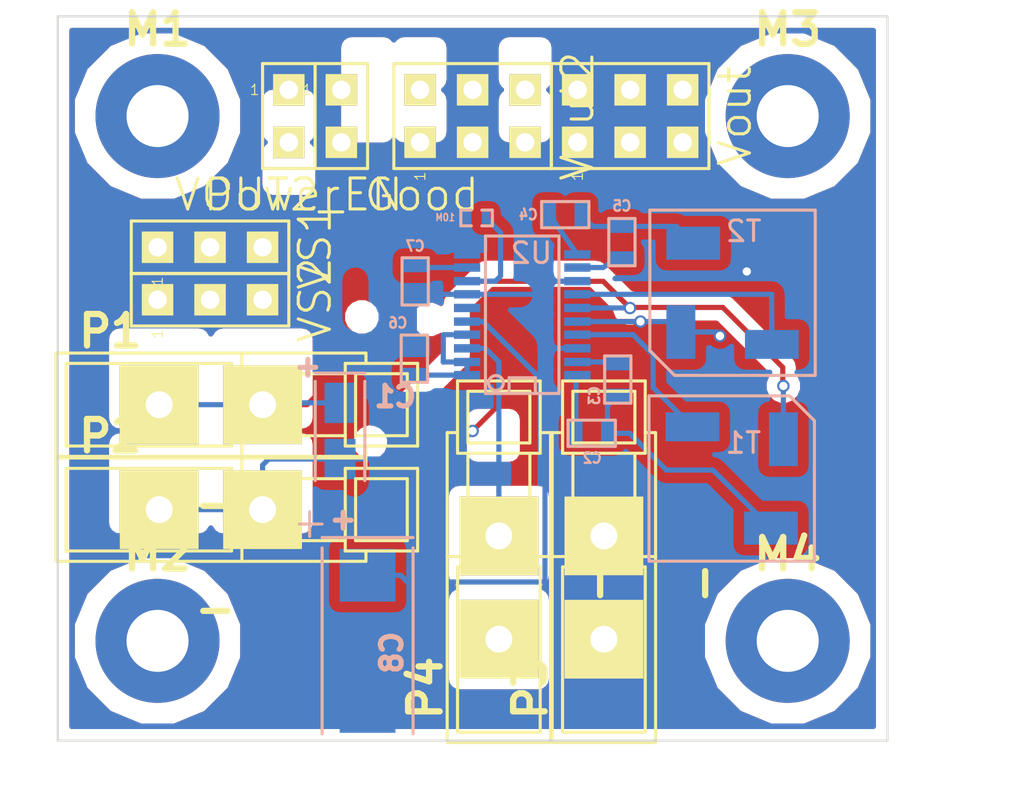
<source format=kicad_pcb>
(kicad_pcb (version 4) (host pcbnew "(2015-05-13 BZR 5653)-product")

  (general
    (links 55)
    (no_connects 20)
    (area 0.203999 -25.196001 40.436001 9.956001)
    (thickness 1.6)
    (drawings 4)
    (tracks 126)
    (zones 0)
    (modules 26)
    (nets 21)
  )

  (page A4)
  (layers
    (0 F.Cu signal)
    (31 B.Cu signal)
    (32 B.Adhes user)
    (33 F.Adhes user)
    (34 B.Paste user)
    (35 F.Paste user)
    (36 B.SilkS user)
    (37 F.SilkS user)
    (38 B.Mask user)
    (39 F.Mask user)
    (40 Dwgs.User user)
    (41 Cmts.User user)
    (42 Eco1.User user)
    (43 Eco2.User user)
    (44 Edge.Cuts user)
    (45 Margin user)
    (46 B.CrtYd user)
    (47 F.CrtYd user)
    (48 B.Fab user)
    (49 F.Fab user)
  )

  (setup
    (last_trace_width 0.25)
    (trace_clearance 0.2)
    (zone_clearance 0.508)
    (zone_45_only no)
    (trace_min 0.2)
    (segment_width 0.2)
    (edge_width 0.1)
    (via_size 0.6)
    (via_drill 0.4)
    (via_min_size 0.4)
    (via_min_drill 0.3)
    (uvia_size 0.3)
    (uvia_drill 0.1)
    (uvias_allowed no)
    (uvia_min_size 0.2)
    (uvia_min_drill 0.1)
    (pcb_text_width 0.3)
    (pcb_text_size 1.5 1.5)
    (mod_edge_width 0.15)
    (mod_text_size 1 1)
    (mod_text_width 0.15)
    (pad_size 6 6)
    (pad_drill 3)
    (pad_to_mask_clearance 0)
    (aux_axis_origin 0 0)
    (visible_elements 7FFEFFEF)
    (pcbplotparams
      (layerselection 0x00030_80000001)
      (usegerberextensions false)
      (excludeedgelayer true)
      (linewidth 0.100000)
      (plotframeref false)
      (viasonmask false)
      (mode 1)
      (useauxorigin false)
      (hpglpennumber 1)
      (hpglpenspeed 20)
      (hpglpendiameter 15)
      (hpglpenoverlay 2)
      (psnegative false)
      (psa4output false)
      (plotreference true)
      (plotvalue true)
      (plotinvisibletext false)
      (padsonsilk false)
      (subtractmaskfromsilk false)
      (outputformat 1)
      (mirror false)
      (drillshape 1)
      (scaleselection 1)
      (outputdirectory ""))
  )

  (net 0 "")
  (net 1 GND)
  (net 2 "Net-(C2-Pad1)")
  (net 3 "Net-(C2-Pad2)")
  (net 4 "Net-(C3-Pad1)")
  (net 5 "Net-(C4-Pad1)")
  (net 6 "Net-(C4-Pad2)")
  (net 7 "Net-(C5-Pad1)")
  (net 8 "Net-(C7-Pad1)")
  (net 9 "Net-(T1-Pad2)")
  (net 10 "Net-(T2-Pad2)")
  (net 11 /VAUX)
  (net 12 "Net-(J1-Pad2)")
  (net 13 "Net-(J2-Pad2)")
  (net 14 "Net-(J3-Pad1)")
  (net 15 "Net-(J4-Pad1)")
  (net 16 /T-)
  (net 17 /T+)
  (net 18 /V_OUT)
  (net 19 /C+)
  (net 20 /V_OUT2)

  (net_class Default "Toto je výchozí třída sítě."
    (clearance 0.2)
    (trace_width 0.25)
    (via_dia 0.6)
    (via_drill 0.4)
    (uvia_dia 0.3)
    (uvia_drill 0.1)
    (add_net /C+)
    (add_net /T+)
    (add_net /T-)
    (add_net /VAUX)
    (add_net /V_OUT)
    (add_net /V_OUT2)
    (add_net GND)
    (add_net "Net-(C2-Pad1)")
    (add_net "Net-(C2-Pad2)")
    (add_net "Net-(C3-Pad1)")
    (add_net "Net-(C4-Pad1)")
    (add_net "Net-(C4-Pad2)")
    (add_net "Net-(C5-Pad1)")
    (add_net "Net-(C7-Pad1)")
    (add_net "Net-(J1-Pad2)")
    (add_net "Net-(J2-Pad2)")
    (add_net "Net-(J3-Pad1)")
    (add_net "Net-(J4-Pad1)")
    (add_net "Net-(T1-Pad2)")
    (add_net "Net-(T2-Pad2)")
  )

  (module Mlab_R:SMD-0402 (layer B.Cu) (tedit 55A8F259) (tstamp 55A8A316)
    (at 20.512 -15.388 180)
    (path /55A75F10)
    (attr smd)
    (fp_text reference 10M (at 1.51934 0.02486 180) (layer B.SilkS)
      (effects (font (size 0.35052 0.3048) (thickness 0.07112)) (justify mirror))
    )
    (fp_text value R (at -0.127 -0.889 180) (layer B.SilkS) hide
      (effects (font (size 0.35052 0.3048) (thickness 0.07112)) (justify mirror))
    )
    (fp_line (start -0.254 0.381) (end -0.762 0.381) (layer B.SilkS) (width 0.15))
    (fp_line (start -0.762 0.381) (end -0.762 -0.381) (layer B.SilkS) (width 0.15))
    (fp_line (start -0.762 -0.381) (end -0.254 -0.381) (layer B.SilkS) (width 0.15))
    (fp_line (start 0.254 0.381) (end 0.762 0.381) (layer B.SilkS) (width 0.15))
    (fp_line (start 0.762 0.381) (end 0.762 -0.381) (layer B.SilkS) (width 0.15))
    (fp_line (start 0.762 -0.381) (end 0.254 -0.381) (layer B.SilkS) (width 0.15))
    (pad 1 smd rect (at -0.44958 0 180) (size 0.39878 0.59944) (layers B.Cu B.Paste B.Mask))
    (pad 2 smd rect (at 0.44958 0 180) (size 0.39878 0.59944) (layers B.Cu B.Paste B.Mask)
      (net 1 GND))
    (model MLAB_3D/Resistors/r_0402.wrl
      (at (xyz 0 0 0.002))
      (scale (xyz 1 1 1))
      (rotate (xyz 0 0 0))
    )
  )

  (module Mlab_C:TantalC_SizeA_Reflow (layer B.Cu) (tedit 55A8F23C) (tstamp 55A8A324)
    (at 13.97 -5.08 270)
    (descr "Tantal Cap. , Size A, EIA-3216, Reflow,")
    (tags "Tantal Cap. , Size A, EIA-3216, reflow,")
    (path /55A65C0C)
    (attr smd)
    (fp_text reference C1 (at -1.66 -2.61 540) (layer B.SilkS)
      (effects (font (size 1 1) (thickness 0.25)) (justify mirror))
    )
    (fp_text value 47uF (at 0 -3.048 270) (layer B.SilkS) hide
      (effects (font (thickness 0.3048)) (justify mirror))
    )
    (fp_text user + (at -3.08 1.69 270) (layer B.SilkS)
      (effects (font (size 1 1) (thickness 0.25)) (justify mirror))
    )
    (fp_line (start 1.6002 1.26238) (end 2.4003 1.26238) (layer B.SilkS) (width 0.15))
    (fp_line (start -1.6002 1.26238) (end -2.4003 1.26238) (layer B.SilkS) (width 0.15))
    (fp_line (start -1.6002 -1.13538) (end -2.4003 -1.13538) (layer B.SilkS) (width 0.15))
    (fp_line (start 1.6002 -1.13538) (end 2.4003 -1.13538) (layer B.SilkS) (width 0.15))
    (fp_line (start -2.79908 1.26238) (end -2.79908 -1.13538) (layer B.SilkS) (width 0.15))
    (fp_line (start 1.6002 1.26238) (end -1.6002 1.26238) (layer B.SilkS) (width 0.15))
    (fp_line (start 1.6002 -1.13538) (end -1.6002 -1.13538) (layer B.SilkS) (width 0.15))
    (pad 2 smd rect (at 1.3589 0.0635 270) (size 1.95072 1.50114) (layers B.Cu B.Paste B.Mask)
      (net 16 /T-))
    (pad 1 smd rect (at -1.3589 0.0635 270) (size 1.95072 1.50114) (layers B.Cu B.Paste B.Mask)
      (net 17 /T+))
    (model MLAB_3D/Capacitors/c_tant_A.wrl
      (at (xyz 0 0 0))
      (scale (xyz 1 1 1))
      (rotate (xyz 0 0 0))
    )
  )

  (module Mlab_C:SMD-0603 (layer B.Cu) (tedit 55A8EDCC) (tstamp 55A8A32E)
    (at 26.082 -4.968)
    (path /55A639B3)
    (attr smd)
    (fp_text reference C2 (at 0.02 1.2) (layer B.SilkS)
      (effects (font (size 0.508 0.4572) (thickness 0.1143)) (justify mirror))
    )
    (fp_text value 1nF (at 0 -1.524) (layer B.SilkS) hide
      (effects (font (size 0.508 0.4572) (thickness 0.1143)) (justify mirror))
    )
    (fp_line (start -1.143 0.635) (end 1.143 0.635) (layer B.SilkS) (width 0.15))
    (fp_line (start 1.143 0.635) (end 1.143 -0.635) (layer B.SilkS) (width 0.15))
    (fp_line (start 1.143 -0.635) (end -1.143 -0.635) (layer B.SilkS) (width 0.15))
    (fp_line (start -1.143 -0.635) (end -1.143 0.635) (layer B.SilkS) (width 0.15))
    (pad 1 smd rect (at -0.762 0) (size 0.635 1.143) (layers B.Cu B.Paste B.Mask)
      (net 2 "Net-(C2-Pad1)"))
    (pad 2 smd rect (at 0.762 0) (size 0.635 1.143) (layers B.Cu B.Paste B.Mask)
      (net 3 "Net-(C2-Pad2)"))
    (model MLAB_3D/Resistors/r_0603.wrl
      (at (xyz 0 0 0.001))
      (scale (xyz 1 1 1))
      (rotate (xyz 0 0 0))
    )
  )

  (module Mlab_C:SMD-0603 (layer B.Cu) (tedit 55A8EDC9) (tstamp 55A8A338)
    (at 27.342 -7.568 270)
    (path /55A63C47)
    (attr smd)
    (fp_text reference C3 (at 0.78 1.13 270) (layer B.SilkS)
      (effects (font (size 0.508 0.4572) (thickness 0.1143)) (justify mirror))
    )
    (fp_text value 470pF (at 0 -1.524 270) (layer B.SilkS) hide
      (effects (font (size 0.508 0.4572) (thickness 0.1143)) (justify mirror))
    )
    (fp_line (start -1.143 0.635) (end 1.143 0.635) (layer B.SilkS) (width 0.15))
    (fp_line (start 1.143 0.635) (end 1.143 -0.635) (layer B.SilkS) (width 0.15))
    (fp_line (start 1.143 -0.635) (end -1.143 -0.635) (layer B.SilkS) (width 0.15))
    (fp_line (start -1.143 -0.635) (end -1.143 0.635) (layer B.SilkS) (width 0.15))
    (pad 1 smd rect (at -0.762 0 270) (size 0.635 1.143) (layers B.Cu B.Paste B.Mask)
      (net 4 "Net-(C3-Pad1)"))
    (pad 2 smd rect (at 0.762 0 270) (size 0.635 1.143) (layers B.Cu B.Paste B.Mask)
      (net 3 "Net-(C2-Pad2)"))
    (model MLAB_3D/Resistors/r_0603.wrl
      (at (xyz 0 0 0.001))
      (scale (xyz 1 1 1))
      (rotate (xyz 0 0 0))
    )
  )

  (module Mlab_C:SMD-0603 (layer B.Cu) (tedit 55A8EDDE) (tstamp 55A8A342)
    (at 24.802 -15.548)
    (path /55A6512C)
    (attr smd)
    (fp_text reference C4 (at -1.79 0) (layer B.SilkS)
      (effects (font (size 0.508 0.4572) (thickness 0.1143)) (justify mirror))
    )
    (fp_text value 1nF (at 0 -1.524) (layer B.SilkS) hide
      (effects (font (size 0.508 0.4572) (thickness 0.1143)) (justify mirror))
    )
    (fp_line (start -1.143 0.635) (end 1.143 0.635) (layer B.SilkS) (width 0.15))
    (fp_line (start 1.143 0.635) (end 1.143 -0.635) (layer B.SilkS) (width 0.15))
    (fp_line (start 1.143 -0.635) (end -1.143 -0.635) (layer B.SilkS) (width 0.15))
    (fp_line (start -1.143 -0.635) (end -1.143 0.635) (layer B.SilkS) (width 0.15))
    (pad 1 smd rect (at -0.762 0) (size 0.635 1.143) (layers B.Cu B.Paste B.Mask)
      (net 5 "Net-(C4-Pad1)"))
    (pad 2 smd rect (at 0.762 0) (size 0.635 1.143) (layers B.Cu B.Paste B.Mask)
      (net 6 "Net-(C4-Pad2)"))
    (model MLAB_3D/Resistors/r_0603.wrl
      (at (xyz 0 0 0.001))
      (scale (xyz 1 1 1))
      (rotate (xyz 0 0 0))
    )
  )

  (module Mlab_C:SMD-0603 (layer B.Cu) (tedit 55A8EDD6) (tstamp 55A8A34C)
    (at 27.542 -14.218 90)
    (path /55A65213)
    (attr smd)
    (fp_text reference C5 (at 1.75 0 360) (layer B.SilkS)
      (effects (font (size 0.508 0.4572) (thickness 0.1143)) (justify mirror))
    )
    (fp_text value 470pF (at 0 -1.524 90) (layer B.SilkS) hide
      (effects (font (size 0.508 0.4572) (thickness 0.1143)) (justify mirror))
    )
    (fp_line (start -1.143 0.635) (end 1.143 0.635) (layer B.SilkS) (width 0.15))
    (fp_line (start 1.143 0.635) (end 1.143 -0.635) (layer B.SilkS) (width 0.15))
    (fp_line (start 1.143 -0.635) (end -1.143 -0.635) (layer B.SilkS) (width 0.15))
    (fp_line (start -1.143 -0.635) (end -1.143 0.635) (layer B.SilkS) (width 0.15))
    (pad 1 smd rect (at -0.762 0 90) (size 0.635 1.143) (layers B.Cu B.Paste B.Mask)
      (net 7 "Net-(C5-Pad1)"))
    (pad 2 smd rect (at 0.762 0 90) (size 0.635 1.143) (layers B.Cu B.Paste B.Mask)
      (net 6 "Net-(C4-Pad2)"))
    (model MLAB_3D/Resistors/r_0603.wrl
      (at (xyz 0 0 0.001))
      (scale (xyz 1 1 1))
      (rotate (xyz 0 0 0))
    )
  )

  (module Mlab_C:SMD-0603 (layer B.Cu) (tedit 55A8F24D) (tstamp 55A8A356)
    (at 17.502 -8.578 90)
    (path /55A66F73)
    (attr smd)
    (fp_text reference C6 (at 1.73 -0.8 360) (layer B.SilkS)
      (effects (font (size 0.508 0.4572) (thickness 0.1143)) (justify mirror))
    )
    (fp_text value 1uF (at 0 -1.524 90) (layer B.SilkS) hide
      (effects (font (size 0.508 0.4572) (thickness 0.1143)) (justify mirror))
    )
    (fp_line (start -1.143 0.635) (end 1.143 0.635) (layer B.SilkS) (width 0.15))
    (fp_line (start 1.143 0.635) (end 1.143 -0.635) (layer B.SilkS) (width 0.15))
    (fp_line (start 1.143 -0.635) (end -1.143 -0.635) (layer B.SilkS) (width 0.15))
    (fp_line (start -1.143 -0.635) (end -1.143 0.635) (layer B.SilkS) (width 0.15))
    (pad 1 smd rect (at -0.762 0 90) (size 0.635 1.143) (layers B.Cu B.Paste B.Mask)
      (net 11 /VAUX))
    (pad 2 smd rect (at 0.762 0 90) (size 0.635 1.143) (layers B.Cu B.Paste B.Mask)
      (net 1 GND))
    (model MLAB_3D/Resistors/r_0603.wrl
      (at (xyz 0 0 0.001))
      (scale (xyz 1 1 1))
      (rotate (xyz 0 0 0))
    )
  )

  (module Mlab_C:SMD-0603 (layer B.Cu) (tedit 55A8EE13) (tstamp 55A8A360)
    (at 17.542 -12.318 270)
    (path /55A6727D)
    (attr smd)
    (fp_text reference C7 (at -1.71 0 540) (layer B.SilkS)
      (effects (font (size 0.508 0.4572) (thickness 0.1143)) (justify mirror))
    )
    (fp_text value 2,2uF (at 0 -1.524 270) (layer B.SilkS) hide
      (effects (font (size 0.508 0.4572) (thickness 0.1143)) (justify mirror))
    )
    (fp_line (start -1.143 0.635) (end 1.143 0.635) (layer B.SilkS) (width 0.15))
    (fp_line (start 1.143 0.635) (end 1.143 -0.635) (layer B.SilkS) (width 0.15))
    (fp_line (start 1.143 -0.635) (end -1.143 -0.635) (layer B.SilkS) (width 0.15))
    (fp_line (start -1.143 -0.635) (end -1.143 0.635) (layer B.SilkS) (width 0.15))
    (pad 1 smd rect (at -0.762 0 270) (size 0.635 1.143) (layers B.Cu B.Paste B.Mask)
      (net 8 "Net-(C7-Pad1)"))
    (pad 2 smd rect (at 0.762 0 270) (size 0.635 1.143) (layers B.Cu B.Paste B.Mask)
      (net 1 GND))
    (model MLAB_3D/Resistors/r_0603.wrl
      (at (xyz 0 0 0.001))
      (scale (xyz 1 1 1))
      (rotate (xyz 0 0 0))
    )
  )

  (module Mlab_C:TantalC_SizeD_Reflow (layer B.Cu) (tedit 55A8F22A) (tstamp 55A8A36C)
    (at 15.24 5.08 270)
    (descr "Tantal Cap. , Size D, EIA-7343, Reflow,")
    (tags "Tantal Cap. , Size D, EIA-7343, Reflow,")
    (path /55A6722B)
    (attr smd)
    (fp_text reference C8 (at 0.57 -1.17 270) (layer B.SilkS)
      (effects (font (size 1 1) (thickness 0.25)) (justify mirror))
    )
    (fp_text value 470uF (at -0.09906 -3.59918 270) (layer B.SilkS) hide
      (effects (font (thickness 0.3048)) (justify mirror))
    )
    (fp_line (start -5.00126 2.19964) (end -5.00126 -2.19964) (layer B.SilkS) (width 0.15))
    (fp_line (start -4.50088 -2.19964) (end 4.50088 -2.19964) (layer B.SilkS) (width 0.15))
    (fp_line (start 4.50088 2.19964) (end -4.50088 2.19964) (layer B.SilkS) (width 0.15))
    (fp_text user + (at -5.84 1.25 270) (layer B.SilkS)
      (effects (font (size 1 1) (thickness 0.25)) (justify mirror))
    )
    (fp_line (start -5.65404 3.302) (end -5.65404 2.20218) (layer B.SilkS) (width 0.15))
    (fp_line (start -6.25348 2.80162) (end -5.0546 2.80162) (layer B.SilkS) (width 0.15))
    (pad 2 smd rect (at 3.175 0 270) (size 2.55016 2.70002) (layers B.Cu B.Paste B.Mask)
      (net 1 GND))
    (pad 1 smd rect (at -3.175 0 270) (size 2.55016 2.70002) (layers B.Cu B.Paste B.Mask)
      (net 18 /V_OUT))
    (model MLAB_3D/Capacitors/c_tant_D.wrl
      (at (xyz 0 0 0))
      (scale (xyz 1 1 1))
      (rotate (xyz 0 0 180))
    )
  )

  (module Energy_harv:Step-Up_TRANSF (layer B.Cu) (tedit 55A8EDB8) (tstamp 55A8A38F)
    (at 32.852 -2.778 180)
    (path /55A64E73)
    (fp_text reference T1 (at -0.56 1.72 180) (layer B.SilkS)
      (effects (font (size 1 1) (thickness 0.15)) (justify mirror))
    )
    (fp_text value Step-Up_TRANSFO (at 0 5.25 180) (layer B.Fab)
      (effects (font (size 1 1) (thickness 0.15)) (justify mirror))
    )
    (fp_line (start -2.8 4) (end 4 4) (layer B.SilkS) (width 0.15))
    (fp_line (start -4 -4) (end -4 2.8) (layer B.SilkS) (width 0.15))
    (fp_line (start -4 2.8) (end -2.8 4) (layer B.SilkS) (width 0.15))
    (fp_line (start 4 -4) (end 4 4) (layer B.SilkS) (width 0.15))
    (fp_line (start -4 -4) (end 4 -4) (layer B.SilkS) (width 0.15))
    (pad 1 smd rect (at -2.5 1.9 180) (size 1.4 2.6) (layers B.Cu B.Paste B.Mask)
      (net 17 /T+))
    (pad 2 smd rect (at 1.9 2.5 180) (size 2.6 1.4) (layers B.Cu B.Paste B.Mask)
      (net 9 "Net-(T1-Pad2)"))
    (pad 3 smd rect (at 2.5 -1.9 180) (size 1.4 2.6) (layers B.Cu B.Paste B.Mask)
      (net 1 GND))
    (pad 4 smd rect (at -1.9 -2.4 180) (size 2.6 1.6) (layers B.Cu B.Paste B.Mask)
      (net 3 "Net-(C2-Pad2)"))
  )

  (module Energy_harv:Step-Up_TRANSF (layer B.Cu) (tedit 55A8EDBD) (tstamp 55A8A39C)
    (at 32.892 -11.768)
    (path /55A650B1)
    (fp_text reference T2 (at 0.54 -2.98) (layer B.SilkS)
      (effects (font (size 1 1) (thickness 0.15)) (justify mirror))
    )
    (fp_text value Step-Up_TRANSFO (at 0 5.25) (layer B.Fab)
      (effects (font (size 1 1) (thickness 0.15)) (justify mirror))
    )
    (fp_line (start -2.8 4) (end 4 4) (layer B.SilkS) (width 0.15))
    (fp_line (start -4 -4) (end -4 2.8) (layer B.SilkS) (width 0.15))
    (fp_line (start -4 2.8) (end -2.8 4) (layer B.SilkS) (width 0.15))
    (fp_line (start 4 -4) (end 4 4) (layer B.SilkS) (width 0.15))
    (fp_line (start -4 -4) (end 4 -4) (layer B.SilkS) (width 0.15))
    (pad 1 smd rect (at -2.5 1.9) (size 1.4 2.6) (layers B.Cu B.Paste B.Mask)
      (net 16 /T-))
    (pad 2 smd rect (at 1.9 2.5) (size 2.6 1.4) (layers B.Cu B.Paste B.Mask)
      (net 10 "Net-(T2-Pad2)"))
    (pad 3 smd rect (at 2.5 -1.9) (size 1.4 2.6) (layers B.Cu B.Paste B.Mask)
      (net 1 GND))
    (pad 4 smd rect (at -1.9 -2.4) (size 2.6 1.6) (layers B.Cu B.Paste B.Mask)
      (net 6 "Net-(C4-Pad2)"))
  )

  (module SMD_Packages:SSOP-20 (layer B.Cu) (tedit 55A8EE49) (tstamp 55A8A3C7)
    (at 22.71876 -10.7033 90)
    (descr "SSOP 20 pins")
    (tags "CMS SSOP SMD")
    (path /55A67D56)
    (attr smd)
    (fp_text reference U2 (at 2.9847 0.44324 360) (layer B.SilkS)
      (effects (font (size 1 1) (thickness 0.15)) (justify mirror))
    )
    (fp_text value LTC3109GN (at 0 -0.635 90) (layer B.Fab)
      (effects (font (size 1 1) (thickness 0.15)) (justify mirror))
    )
    (fp_line (start 3.81 1.778) (end -3.81 1.778) (layer B.SilkS) (width 0.15))
    (fp_line (start -3.81 -1.778) (end 3.81 -1.778) (layer B.SilkS) (width 0.15))
    (fp_line (start 3.81 1.778) (end 3.81 -1.778) (layer B.SilkS) (width 0.15))
    (fp_line (start -3.81 -1.778) (end -3.81 1.778) (layer B.SilkS) (width 0.15))
    (fp_circle (center -3.302 -1.27) (end -3.556 -1.016) (layer B.SilkS) (width 0.15))
    (fp_line (start -3.81 0.635) (end -3.048 0.635) (layer B.SilkS) (width 0.15))
    (fp_line (start -3.048 0.635) (end -3.048 -0.635) (layer B.SilkS) (width 0.15))
    (fp_line (start -3.048 -0.635) (end -3.81 -0.635) (layer B.SilkS) (width 0.15))
    (pad 1 smd rect (at -2.921 -2.667 90) (size 0.4064 1.27) (layers B.Cu B.Paste B.Mask)
      (net 12 "Net-(J1-Pad2)"))
    (pad 2 smd rect (at -2.286 -2.667 90) (size 0.4064 1.27) (layers B.Cu B.Paste B.Mask)
      (net 13 "Net-(J2-Pad2)"))
    (pad 3 smd rect (at -1.6256 -2.667 90) (size 0.4064 1.27) (layers B.Cu B.Paste B.Mask)
      (net 19 /C+))
    (pad 4 smd rect (at -0.9652 -2.667 90) (size 0.4064 1.27) (layers B.Cu B.Paste B.Mask)
      (net 11 /VAUX))
    (pad 5 smd rect (at -0.3302 -2.667 90) (size 0.4064 1.27) (layers B.Cu B.Paste B.Mask)
      (net 18 /V_OUT))
    (pad 6 smd rect (at 0.3302 -2.667 90) (size 0.4064 1.27) (layers B.Cu B.Paste B.Mask)
      (net 20 /V_OUT2))
    (pad 7 smd rect (at 0.9906 -2.667 90) (size 0.4064 1.27) (layers B.Cu B.Paste B.Mask)
      (net 14 "Net-(J3-Pad1)"))
    (pad 8 smd rect (at 1.6256 -2.667 90) (size 0.4064 1.27) (layers B.Cu B.Paste B.Mask)
      (net 15 "Net-(J4-Pad1)"))
    (pad 9 smd rect (at 2.286 -2.667 90) (size 0.4064 1.27) (layers B.Cu B.Paste B.Mask)
      (net 8 "Net-(C7-Pad1)"))
    (pad 10 smd rect (at 2.921 -2.667 90) (size 0.4064 1.27) (layers B.Cu B.Paste B.Mask)
      (net 1 GND))
    (pad 11 smd rect (at 2.921 2.667 90) (size 0.4064 1.27) (layers B.Cu B.Paste B.Mask)
      (net 5 "Net-(C4-Pad1)"))
    (pad 12 smd rect (at 2.286 2.667 90) (size 0.4064 1.27) (layers B.Cu B.Paste B.Mask)
      (net 7 "Net-(C5-Pad1)"))
    (pad 13 smd rect (at 1.6256 2.667 90) (size 0.4064 1.27) (layers B.Cu B.Paste B.Mask)
      (net 1 GND))
    (pad 14 smd rect (at 0.9906 2.667 90) (size 0.4064 1.27) (layers B.Cu B.Paste B.Mask)
      (net 10 "Net-(T2-Pad2)"))
    (pad 15 smd rect (at 0.3302 2.667 90) (size 0.4064 1.27) (layers B.Cu B.Paste B.Mask)
      (net 17 /T+))
    (pad 16 smd rect (at -0.3302 2.667 90) (size 0.4064 1.27) (layers B.Cu B.Paste B.Mask)
      (net 16 /T-))
    (pad 17 smd rect (at -0.9652 2.667 90) (size 0.4064 1.27) (layers B.Cu B.Paste B.Mask)
      (net 9 "Net-(T1-Pad2)"))
    (pad 18 smd rect (at -1.6256 2.667 90) (size 0.4064 1.27) (layers B.Cu B.Paste B.Mask)
      (net 1 GND))
    (pad 19 smd rect (at -2.286 2.667 90) (size 0.4064 1.27) (layers B.Cu B.Paste B.Mask)
      (net 4 "Net-(C3-Pad1)"))
    (pad 20 smd rect (at -2.921 2.667 90) (size 0.4064 1.27) (layers B.Cu B.Paste B.Mask)
      (net 2 "Net-(C2-Pad1)"))
    (model SMD_Packages.3dshapes/SSOP-20.wrl
      (at (xyz 0 0 0))
      (scale (xyz 0.255 0.33 0.3))
      (rotate (xyz 0 0 0))
    )
  )

  (module Mlab_Pin_Headers:Straight_1x03 (layer F.Cu) (tedit 5454C210) (tstamp 55CA6917)
    (at 7.62 -11.43 90)
    (descr "pin header straight 1x03")
    (tags "pin header straight 1x03")
    (path /55BA9377)
    (fp_text reference J2 (at 0 -5.08 90) (layer F.SilkS) hide
      (effects (font (size 1.5 1.5) (thickness 0.15)))
    )
    (fp_text value VS2 (at 0 5.08 90) (layer F.SilkS)
      (effects (font (size 1.5 1.5) (thickness 0.15)))
    )
    (fp_text user 1 (at -1.651 -2.54 90) (layer F.SilkS)
      (effects (font (size 0.5 0.5) (thickness 0.05)))
    )
    (fp_line (start -1.27 -3.81) (end 1.27 -3.81) (layer F.SilkS) (width 0.15))
    (fp_line (start 1.27 -3.81) (end 1.27 3.81) (layer F.SilkS) (width 0.15))
    (fp_line (start 1.27 3.81) (end -1.27 3.81) (layer F.SilkS) (width 0.15))
    (fp_line (start -1.27 3.81) (end -1.27 -3.81) (layer F.SilkS) (width 0.15))
    (pad 3 thru_hole rect (at 0 2.54 90) (size 1.524 1.524) (drill 0.889) (layers *.Cu *.Mask F.SilkS)
      (net 11 /VAUX))
    (pad 2 thru_hole rect (at 0 0 90) (size 1.524 1.524) (drill 0.889) (layers *.Cu *.Mask F.SilkS)
      (net 13 "Net-(J2-Pad2)"))
    (pad 1 thru_hole rect (at 0 -2.54 90) (size 1.524 1.524) (drill 0.889) (layers *.Cu *.Mask F.SilkS)
      (net 1 GND))
    (model Pin_Headers/Pin_Header_Straight_1x03.wrl
      (at (xyz 0 0 0))
      (scale (xyz 1 1 1))
      (rotate (xyz 0 0 90))
    )
  )

  (module Mlab_Pin_Headers:Straight_1x02 (layer F.Cu) (tedit 5454C210) (tstamp 55CA691D)
    (at 11.43 -20.32)
    (descr "pin header straight 1x02")
    (tags "pin header straight 1x02")
    (path /55BAAB6B)
    (fp_text reference J3 (at 0 -3.81) (layer F.SilkS) hide
      (effects (font (size 1.5 1.5) (thickness 0.15)))
    )
    (fp_text value VOUT2_EN (at 0 3.81) (layer F.SilkS)
      (effects (font (size 1.5 1.5) (thickness 0.15)))
    )
    (fp_text user 1 (at -1.651 -1.27) (layer F.SilkS)
      (effects (font (size 0.5 0.5) (thickness 0.05)))
    )
    (fp_line (start -1.27 -2.54) (end 1.27 -2.54) (layer F.SilkS) (width 0.15))
    (fp_line (start 1.27 -2.54) (end 1.27 2.54) (layer F.SilkS) (width 0.15))
    (fp_line (start 1.27 2.54) (end -1.27 2.54) (layer F.SilkS) (width 0.15))
    (fp_line (start -1.27 2.54) (end -1.27 -2.54) (layer F.SilkS) (width 0.15))
    (pad 2 thru_hole rect (at 0 1.27) (size 1.524 1.524) (drill 0.889) (layers *.Cu *.Mask F.SilkS)
      (net 14 "Net-(J3-Pad1)"))
    (pad 1 thru_hole rect (at 0 -1.27) (size 1.524 1.524) (drill 0.889) (layers *.Cu *.Mask F.SilkS)
      (net 14 "Net-(J3-Pad1)"))
    (model Pin_Headers/Pin_Header_Straight_1x02.wrl
      (at (xyz 0 0 0))
      (scale (xyz 1 1 1))
      (rotate (xyz 0 0 90))
    )
  )

  (module Mlab_Pin_Headers:Straight_1x02 (layer F.Cu) (tedit 5454C210) (tstamp 55CA6923)
    (at 13.97 -20.32)
    (descr "pin header straight 1x02")
    (tags "pin header straight 1x02")
    (path /55BA9CD4)
    (fp_text reference J4 (at 0 -3.81) (layer F.SilkS) hide
      (effects (font (size 1.5 1.5) (thickness 0.15)))
    )
    (fp_text value "Power Good" (at 0 3.81) (layer F.SilkS)
      (effects (font (size 1.5 1.5) (thickness 0.15)))
    )
    (fp_text user 1 (at -1.651 -1.27) (layer F.SilkS)
      (effects (font (size 0.5 0.5) (thickness 0.05)))
    )
    (fp_line (start -1.27 -2.54) (end 1.27 -2.54) (layer F.SilkS) (width 0.15))
    (fp_line (start 1.27 -2.54) (end 1.27 2.54) (layer F.SilkS) (width 0.15))
    (fp_line (start 1.27 2.54) (end -1.27 2.54) (layer F.SilkS) (width 0.15))
    (fp_line (start -1.27 2.54) (end -1.27 -2.54) (layer F.SilkS) (width 0.15))
    (pad 2 thru_hole rect (at 0 1.27) (size 1.524 1.524) (drill 0.889) (layers *.Cu *.Mask F.SilkS)
      (net 15 "Net-(J4-Pad1)"))
    (pad 1 thru_hole rect (at 0 -1.27) (size 1.524 1.524) (drill 0.889) (layers *.Cu *.Mask F.SilkS)
      (net 15 "Net-(J4-Pad1)"))
    (model Pin_Headers/Pin_Header_Straight_1x02.wrl
      (at (xyz 0 0 0))
      (scale (xyz 1 1 1))
      (rotate (xyz 0 0 90))
    )
  )

  (module Mlab_Pin_Headers:Straight_2x03 (layer F.Cu) (tedit 5454C210) (tstamp 55CA692D)
    (at 20.32 -20.32 90)
    (descr "pin header straight 2x03")
    (tags "pin header straight 2x03")
    (path /55BA9E0C)
    (fp_text reference J5 (at 0 -5.08 90) (layer F.SilkS) hide
      (effects (font (size 1.5 1.5) (thickness 0.15)))
    )
    (fp_text value Vout2 (at 0 5.08 90) (layer F.SilkS)
      (effects (font (size 1.5 1.5) (thickness 0.15)))
    )
    (fp_text user 1 (at -2.921 -2.54 90) (layer F.SilkS)
      (effects (font (size 0.5 0.5) (thickness 0.05)))
    )
    (fp_line (start -2.54 -3.81) (end 2.54 -3.81) (layer F.SilkS) (width 0.15))
    (fp_line (start 2.54 -3.81) (end 2.54 3.81) (layer F.SilkS) (width 0.15))
    (fp_line (start 2.54 3.81) (end -2.54 3.81) (layer F.SilkS) (width 0.15))
    (fp_line (start -2.54 3.81) (end -2.54 -3.81) (layer F.SilkS) (width 0.15))
    (pad 1 thru_hole rect (at -1.27 -2.54 90) (size 1.524 1.524) (drill 0.889) (layers *.Cu *.Mask F.SilkS)
      (net 1 GND))
    (pad 2 thru_hole rect (at 1.27 -2.54 90) (size 1.524 1.524) (drill 0.889) (layers *.Cu *.Mask F.SilkS)
      (net 1 GND))
    (pad 3 thru_hole rect (at -1.27 0 90) (size 1.524 1.524) (drill 0.889) (layers *.Cu *.Mask F.SilkS)
      (net 20 /V_OUT2))
    (pad 4 thru_hole rect (at 1.27 0 90) (size 1.524 1.524) (drill 0.889) (layers *.Cu *.Mask F.SilkS)
      (net 20 /V_OUT2))
    (pad 5 thru_hole rect (at -1.27 2.54 90) (size 1.524 1.524) (drill 0.889) (layers *.Cu *.Mask F.SilkS)
      (net 1 GND))
    (pad 6 thru_hole rect (at 1.27 2.54 90) (size 1.524 1.524) (drill 0.889) (layers *.Cu *.Mask F.SilkS)
      (net 1 GND))
    (model Pin_Headers/Pin_Header_Straight_2x03.wrl
      (at (xyz 0 0 0))
      (scale (xyz 1 1 1))
      (rotate (xyz 0 0 90))
    )
  )

  (module Mlab_Pin_Headers:Straight_2x03 (layer F.Cu) (tedit 5454C210) (tstamp 55CA6937)
    (at 27.94 -20.32 90)
    (descr "pin header straight 2x03")
    (tags "pin header straight 2x03")
    (path /55BA9EE7)
    (fp_text reference J6 (at 0 -5.08 90) (layer F.SilkS) hide
      (effects (font (size 1.5 1.5) (thickness 0.15)))
    )
    (fp_text value Vout (at 0 5.08 90) (layer F.SilkS)
      (effects (font (size 1.5 1.5) (thickness 0.15)))
    )
    (fp_text user 1 (at -2.921 -2.54 90) (layer F.SilkS)
      (effects (font (size 0.5 0.5) (thickness 0.05)))
    )
    (fp_line (start -2.54 -3.81) (end 2.54 -3.81) (layer F.SilkS) (width 0.15))
    (fp_line (start 2.54 -3.81) (end 2.54 3.81) (layer F.SilkS) (width 0.15))
    (fp_line (start 2.54 3.81) (end -2.54 3.81) (layer F.SilkS) (width 0.15))
    (fp_line (start -2.54 3.81) (end -2.54 -3.81) (layer F.SilkS) (width 0.15))
    (pad 1 thru_hole rect (at -1.27 -2.54 90) (size 1.524 1.524) (drill 0.889) (layers *.Cu *.Mask F.SilkS)
      (net 1 GND))
    (pad 2 thru_hole rect (at 1.27 -2.54 90) (size 1.524 1.524) (drill 0.889) (layers *.Cu *.Mask F.SilkS)
      (net 1 GND))
    (pad 3 thru_hole rect (at -1.27 0 90) (size 1.524 1.524) (drill 0.889) (layers *.Cu *.Mask F.SilkS)
      (net 18 /V_OUT))
    (pad 4 thru_hole rect (at 1.27 0 90) (size 1.524 1.524) (drill 0.889) (layers *.Cu *.Mask F.SilkS)
      (net 18 /V_OUT))
    (pad 5 thru_hole rect (at -1.27 2.54 90) (size 1.524 1.524) (drill 0.889) (layers *.Cu *.Mask F.SilkS)
      (net 1 GND))
    (pad 6 thru_hole rect (at 1.27 2.54 90) (size 1.524 1.524) (drill 0.889) (layers *.Cu *.Mask F.SilkS)
      (net 1 GND))
    (model Pin_Headers/Pin_Header_Straight_2x03.wrl
      (at (xyz 0 0 0))
      (scale (xyz 1 1 1))
      (rotate (xyz 0 0 90))
    )
  )

  (module Mlab_Mechanical:MountingHole_3mm placed (layer F.Cu) (tedit 54BBE638) (tstamp 55CA693C)
    (at 5.08 -20.32)
    (descr "Mounting hole, Befestigungsbohrung, 3mm, No Annular, Kein Restring,")
    (tags "Mounting hole, Befestigungsbohrung, 3mm, No Annular, Kein Restring,")
    (path /55CA76BA)
    (fp_text reference M1 (at 0 -4.191) (layer F.SilkS)
      (effects (font (thickness 0.3048)))
    )
    (fp_text value HOLE (at 0 4.191) (layer F.SilkS) hide
      (effects (font (thickness 0.3048)))
    )
    (fp_circle (center 0 0) (end 2.99974 0) (layer Cmts.User) (width 0.381))
    (pad 1 thru_hole circle (at 0 0) (size 6 6) (drill 3) (layers *.Cu *.Adhes *.Mask)
      (clearance 1) (zone_connect 2))
  )

  (module Mlab_Mechanical:MountingHole_3mm placed (layer F.Cu) (tedit 54BBE638) (tstamp 55CA6941)
    (at 5.08 5.08)
    (descr "Mounting hole, Befestigungsbohrung, 3mm, No Annular, Kein Restring,")
    (tags "Mounting hole, Befestigungsbohrung, 3mm, No Annular, Kein Restring,")
    (path /55CA779F)
    (fp_text reference M2 (at 0 -4.191) (layer F.SilkS)
      (effects (font (thickness 0.3048)))
    )
    (fp_text value HOLE (at 0 4.191) (layer F.SilkS) hide
      (effects (font (thickness 0.3048)))
    )
    (fp_circle (center 0 0) (end 2.99974 0) (layer Cmts.User) (width 0.381))
    (pad 1 thru_hole circle (at 0 0) (size 6 6) (drill 3) (layers *.Cu *.Adhes *.Mask)
      (clearance 1) (zone_connect 2))
  )

  (module Mlab_Mechanical:MountingHole_3mm placed (layer F.Cu) (tedit 54BBE638) (tstamp 55CA6946)
    (at 35.56 -20.32)
    (descr "Mounting hole, Befestigungsbohrung, 3mm, No Annular, Kein Restring,")
    (tags "Mounting hole, Befestigungsbohrung, 3mm, No Annular, Kein Restring,")
    (path /55CA77E6)
    (fp_text reference M3 (at 0 -4.191) (layer F.SilkS)
      (effects (font (thickness 0.3048)))
    )
    (fp_text value HOLE (at 0 4.191) (layer F.SilkS) hide
      (effects (font (thickness 0.3048)))
    )
    (fp_circle (center 0 0) (end 2.99974 0) (layer Cmts.User) (width 0.381))
    (pad 1 thru_hole circle (at 0 0) (size 6 6) (drill 3) (layers *.Cu *.Adhes *.Mask)
      (clearance 1) (zone_connect 2))
  )

  (module Mlab_Mechanical:MountingHole_3mm placed (layer F.Cu) (tedit 54BBE638) (tstamp 55CA694B)
    (at 35.56 5.08)
    (descr "Mounting hole, Befestigungsbohrung, 3mm, No Annular, Kein Restring,")
    (tags "Mounting hole, Befestigungsbohrung, 3mm, No Annular, Kein Restring,")
    (path /55CA77EC)
    (fp_text reference M4 (at 0 -4.191) (layer F.SilkS)
      (effects (font (thickness 0.3048)))
    )
    (fp_text value HOLE (at 0 4.191) (layer F.SilkS) hide
      (effects (font (thickness 0.3048)))
    )
    (fp_circle (center 0 0) (end 2.99974 0) (layer Cmts.User) (width 0.381))
    (pad 1 thru_hole circle (at 0 0) (size 6 6) (drill 3) (layers *.Cu *.Adhes *.Mask)
      (clearance 1) (zone_connect 2))
  )

  (module Mlab_Pin_Headers:Straight_1x03 (layer F.Cu) (tedit 5454C210) (tstamp 55D266C9)
    (at 7.62 -13.97 90)
    (descr "pin header straight 1x03")
    (tags "pin header straight 1x03")
    (path /55BA9255)
    (fp_text reference J1 (at 0 -5.08 90) (layer F.SilkS) hide
      (effects (font (size 1.5 1.5) (thickness 0.15)))
    )
    (fp_text value VS1 (at 0 5.08 90) (layer F.SilkS)
      (effects (font (size 1.5 1.5) (thickness 0.15)))
    )
    (fp_text user 1 (at -1.651 -2.54 90) (layer F.SilkS)
      (effects (font (size 0.5 0.5) (thickness 0.05)))
    )
    (fp_line (start -1.27 -3.81) (end 1.27 -3.81) (layer F.SilkS) (width 0.15))
    (fp_line (start 1.27 -3.81) (end 1.27 3.81) (layer F.SilkS) (width 0.15))
    (fp_line (start 1.27 3.81) (end -1.27 3.81) (layer F.SilkS) (width 0.15))
    (fp_line (start -1.27 3.81) (end -1.27 -3.81) (layer F.SilkS) (width 0.15))
    (pad 3 thru_hole rect (at 0 2.54 90) (size 1.524 1.524) (drill 0.889) (layers *.Cu *.Mask F.SilkS)
      (net 11 /VAUX))
    (pad 2 thru_hole rect (at 0 0 90) (size 1.524 1.524) (drill 0.889) (layers *.Cu *.Mask F.SilkS)
      (net 12 "Net-(J1-Pad2)"))
    (pad 1 thru_hole rect (at 0 -2.54 90) (size 1.524 1.524) (drill 0.889) (layers *.Cu *.Mask F.SilkS)
      (net 1 GND))
    (model Pin_Headers/Pin_Header_Straight_1x03.wrl
      (at (xyz 0 0 0))
      (scale (xyz 1 1 1))
      (rotate (xyz 0 0 90))
    )
  )

  (module Mlab_Con:WAGO256 (layer F.Cu) (tedit 54BBE4E3) (tstamp 55DAE190)
    (at 7.62 -6.35)
    (descr "WAGO-Series 236, 2Stift, 1pol, RM 5mm,")
    (tags "WAGO-Series 236, 2Stift, 1pol, RM 5mm, Anreibare Leiterplattenklemme")
    (path /55DAEB67)
    (fp_text reference P1 (at -4.826 -3.556) (layer F.SilkS)
      (effects (font (thickness 0.3048)))
    )
    (fp_text value _ (at 0.254 4.064) (layer F.SilkS)
      (effects (font (thickness 0.3048)))
    )
    (fp_line (start 7.54 2.5) (end 7.54 2) (layer F.SilkS) (width 0.15))
    (fp_line (start 7.54 -2) (end 7.54 -2.5) (layer F.SilkS) (width 0.15))
    (fp_line (start 1.54 2.5001) (end 1.54 -2.5001) (layer F.SilkS) (width 0.15))
    (fp_line (start -7.46 2.5001) (end -7.46 -2.5001) (layer F.SilkS) (width 0.15))
    (fp_line (start 9.54 1.501) (end 9.54 -1.501) (layer F.SilkS) (width 0.15))
    (fp_line (start 7.0401 1.501) (end 7.0401 -1.501) (layer F.SilkS) (width 0.15))
    (fp_line (start 10.0401 -2) (end 10.0401 2) (layer F.SilkS) (width 0.15))
    (fp_line (start 6.54 -2) (end 6.54 2) (layer F.SilkS) (width 0.15))
    (fp_line (start 3.54 1.5001) (end 3.54 -1.5001) (layer F.SilkS) (width 0.15))
    (fp_line (start 1.0399 -2) (end 1.0399 2) (layer F.SilkS) (width 0.15))
    (fp_line (start -6.9601 2) (end -6.9601 -2) (layer F.SilkS) (width 0.15))
    (fp_line (start 1.0399 1) (end 1.54 1) (layer F.SilkS) (width 0.15))
    (fp_line (start 7.0401 1.5) (end 9.54 1.5) (layer F.SilkS) (width 0.15))
    (fp_line (start 6.54 2) (end 10.0401 2) (layer F.SilkS) (width 0.15))
    (fp_line (start 1.0399 -1) (end 1.54 -1) (layer F.SilkS) (width 0.15))
    (fp_line (start 7.0401 -1.5) (end 9.54 -1.5) (layer F.SilkS) (width 0.15))
    (fp_line (start 6.54 -2) (end 10.041 -2) (layer F.SilkS) (width 0.15))
    (fp_line (start 3.54 1.5) (end 6.54 1.5) (layer F.SilkS) (width 0.15))
    (fp_line (start -6.9601 2) (end 1.0399 2) (layer F.SilkS) (width 0.15))
    (fp_line (start 1.54 2.5) (end 7.54 2.5) (layer F.SilkS) (width 0.15))
    (fp_line (start 3.54 -1.5) (end 6.54 -1.5) (layer F.SilkS) (width 0.15))
    (fp_line (start -6.9601 -2) (end 1.0399 -2) (layer F.SilkS) (width 0.15))
    (fp_line (start 1.54 -2.5) (end 7.54 -2.5) (layer F.SilkS) (width 0.15))
    (fp_line (start 1.54 2.5) (end -7.46 2.5) (layer F.SilkS) (width 0.15))
    (fp_line (start -7.46 -2.5) (end 1.54 -2.5) (layer F.SilkS) (width 0.15))
    (pad 1 thru_hole rect (at -2.46 0 90) (size 3.81 3.81) (drill 1.3) (layers *.Cu *.Mask F.SilkS)
      (net 17 /T+))
    (pad 1 thru_hole rect (at 2.54 0 90) (size 3.81 3.81) (drill 1.3) (layers *.Cu *.Mask F.SilkS)
      (net 17 /T+))
  )

  (module Mlab_Con:WAGO256 (layer F.Cu) (tedit 54BBE4E3) (tstamp 55DAE196)
    (at 7.62 -1.27)
    (descr "WAGO-Series 236, 2Stift, 1pol, RM 5mm,")
    (tags "WAGO-Series 236, 2Stift, 1pol, RM 5mm, Anreibare Leiterplattenklemme")
    (path /55DB0223)
    (fp_text reference P2 (at -4.826 -3.556) (layer F.SilkS)
      (effects (font (thickness 0.3048)))
    )
    (fp_text value _ (at 0.254 4.064) (layer F.SilkS)
      (effects (font (thickness 0.3048)))
    )
    (fp_line (start 7.54 2.5) (end 7.54 2) (layer F.SilkS) (width 0.15))
    (fp_line (start 7.54 -2) (end 7.54 -2.5) (layer F.SilkS) (width 0.15))
    (fp_line (start 1.54 2.5001) (end 1.54 -2.5001) (layer F.SilkS) (width 0.15))
    (fp_line (start -7.46 2.5001) (end -7.46 -2.5001) (layer F.SilkS) (width 0.15))
    (fp_line (start 9.54 1.501) (end 9.54 -1.501) (layer F.SilkS) (width 0.15))
    (fp_line (start 7.0401 1.501) (end 7.0401 -1.501) (layer F.SilkS) (width 0.15))
    (fp_line (start 10.0401 -2) (end 10.0401 2) (layer F.SilkS) (width 0.15))
    (fp_line (start 6.54 -2) (end 6.54 2) (layer F.SilkS) (width 0.15))
    (fp_line (start 3.54 1.5001) (end 3.54 -1.5001) (layer F.SilkS) (width 0.15))
    (fp_line (start 1.0399 -2) (end 1.0399 2) (layer F.SilkS) (width 0.15))
    (fp_line (start -6.9601 2) (end -6.9601 -2) (layer F.SilkS) (width 0.15))
    (fp_line (start 1.0399 1) (end 1.54 1) (layer F.SilkS) (width 0.15))
    (fp_line (start 7.0401 1.5) (end 9.54 1.5) (layer F.SilkS) (width 0.15))
    (fp_line (start 6.54 2) (end 10.0401 2) (layer F.SilkS) (width 0.15))
    (fp_line (start 1.0399 -1) (end 1.54 -1) (layer F.SilkS) (width 0.15))
    (fp_line (start 7.0401 -1.5) (end 9.54 -1.5) (layer F.SilkS) (width 0.15))
    (fp_line (start 6.54 -2) (end 10.041 -2) (layer F.SilkS) (width 0.15))
    (fp_line (start 3.54 1.5) (end 6.54 1.5) (layer F.SilkS) (width 0.15))
    (fp_line (start -6.9601 2) (end 1.0399 2) (layer F.SilkS) (width 0.15))
    (fp_line (start 1.54 2.5) (end 7.54 2.5) (layer F.SilkS) (width 0.15))
    (fp_line (start 3.54 -1.5) (end 6.54 -1.5) (layer F.SilkS) (width 0.15))
    (fp_line (start -6.9601 -2) (end 1.0399 -2) (layer F.SilkS) (width 0.15))
    (fp_line (start 1.54 -2.5) (end 7.54 -2.5) (layer F.SilkS) (width 0.15))
    (fp_line (start 1.54 2.5) (end -7.46 2.5) (layer F.SilkS) (width 0.15))
    (fp_line (start -7.46 -2.5) (end 1.54 -2.5) (layer F.SilkS) (width 0.15))
    (pad 1 thru_hole rect (at -2.46 0 90) (size 3.81 3.81) (drill 1.3) (layers *.Cu *.Mask F.SilkS)
      (net 16 /T-))
    (pad 1 thru_hole rect (at 2.54 0 90) (size 3.81 3.81) (drill 1.3) (layers *.Cu *.Mask F.SilkS)
      (net 16 /T-))
  )

  (module Mlab_Con:WAGO256 (layer F.Cu) (tedit 54BBE4E3) (tstamp 55DAE19C)
    (at 26.67 2.54 90)
    (descr "WAGO-Series 236, 2Stift, 1pol, RM 5mm,")
    (tags "WAGO-Series 236, 2Stift, 1pol, RM 5mm, Anreibare Leiterplattenklemme")
    (path /55DB1560)
    (fp_text reference P3 (at -4.826 -3.556 90) (layer F.SilkS)
      (effects (font (thickness 0.3048)))
    )
    (fp_text value _ (at 0.254 4.064 90) (layer F.SilkS)
      (effects (font (thickness 0.3048)))
    )
    (fp_line (start 7.54 2.5) (end 7.54 2) (layer F.SilkS) (width 0.15))
    (fp_line (start 7.54 -2) (end 7.54 -2.5) (layer F.SilkS) (width 0.15))
    (fp_line (start 1.54 2.5001) (end 1.54 -2.5001) (layer F.SilkS) (width 0.15))
    (fp_line (start -7.46 2.5001) (end -7.46 -2.5001) (layer F.SilkS) (width 0.15))
    (fp_line (start 9.54 1.501) (end 9.54 -1.501) (layer F.SilkS) (width 0.15))
    (fp_line (start 7.0401 1.501) (end 7.0401 -1.501) (layer F.SilkS) (width 0.15))
    (fp_line (start 10.0401 -2) (end 10.0401 2) (layer F.SilkS) (width 0.15))
    (fp_line (start 6.54 -2) (end 6.54 2) (layer F.SilkS) (width 0.15))
    (fp_line (start 3.54 1.5001) (end 3.54 -1.5001) (layer F.SilkS) (width 0.15))
    (fp_line (start 1.0399 -2) (end 1.0399 2) (layer F.SilkS) (width 0.15))
    (fp_line (start -6.9601 2) (end -6.9601 -2) (layer F.SilkS) (width 0.15))
    (fp_line (start 1.0399 1) (end 1.54 1) (layer F.SilkS) (width 0.15))
    (fp_line (start 7.0401 1.5) (end 9.54 1.5) (layer F.SilkS) (width 0.15))
    (fp_line (start 6.54 2) (end 10.0401 2) (layer F.SilkS) (width 0.15))
    (fp_line (start 1.0399 -1) (end 1.54 -1) (layer F.SilkS) (width 0.15))
    (fp_line (start 7.0401 -1.5) (end 9.54 -1.5) (layer F.SilkS) (width 0.15))
    (fp_line (start 6.54 -2) (end 10.041 -2) (layer F.SilkS) (width 0.15))
    (fp_line (start 3.54 1.5) (end 6.54 1.5) (layer F.SilkS) (width 0.15))
    (fp_line (start -6.9601 2) (end 1.0399 2) (layer F.SilkS) (width 0.15))
    (fp_line (start 1.54 2.5) (end 7.54 2.5) (layer F.SilkS) (width 0.15))
    (fp_line (start 3.54 -1.5) (end 6.54 -1.5) (layer F.SilkS) (width 0.15))
    (fp_line (start -6.9601 -2) (end 1.0399 -2) (layer F.SilkS) (width 0.15))
    (fp_line (start 1.54 -2.5) (end 7.54 -2.5) (layer F.SilkS) (width 0.15))
    (fp_line (start 1.54 2.5) (end -7.46 2.5) (layer F.SilkS) (width 0.15))
    (fp_line (start -7.46 -2.5) (end 1.54 -2.5) (layer F.SilkS) (width 0.15))
    (pad 1 thru_hole rect (at -2.46 0 180) (size 3.81 3.81) (drill 1.3) (layers *.Cu *.Mask F.SilkS)
      (net 1 GND))
    (pad 1 thru_hole rect (at 2.54 0 180) (size 3.81 3.81) (drill 1.3) (layers *.Cu *.Mask F.SilkS)
      (net 1 GND))
  )

  (module Mlab_Con:WAGO256 (layer F.Cu) (tedit 54BBE4E3) (tstamp 55DAE1A2)
    (at 21.59 2.54 90)
    (descr "WAGO-Series 236, 2Stift, 1pol, RM 5mm,")
    (tags "WAGO-Series 236, 2Stift, 1pol, RM 5mm, Anreibare Leiterplattenklemme")
    (path /55DB1192)
    (fp_text reference P4 (at -4.826 -3.556 90) (layer F.SilkS)
      (effects (font (thickness 0.3048)))
    )
    (fp_text value _ (at 0.254 4.064 90) (layer F.SilkS)
      (effects (font (thickness 0.3048)))
    )
    (fp_line (start 7.54 2.5) (end 7.54 2) (layer F.SilkS) (width 0.15))
    (fp_line (start 7.54 -2) (end 7.54 -2.5) (layer F.SilkS) (width 0.15))
    (fp_line (start 1.54 2.5001) (end 1.54 -2.5001) (layer F.SilkS) (width 0.15))
    (fp_line (start -7.46 2.5001) (end -7.46 -2.5001) (layer F.SilkS) (width 0.15))
    (fp_line (start 9.54 1.501) (end 9.54 -1.501) (layer F.SilkS) (width 0.15))
    (fp_line (start 7.0401 1.501) (end 7.0401 -1.501) (layer F.SilkS) (width 0.15))
    (fp_line (start 10.0401 -2) (end 10.0401 2) (layer F.SilkS) (width 0.15))
    (fp_line (start 6.54 -2) (end 6.54 2) (layer F.SilkS) (width 0.15))
    (fp_line (start 3.54 1.5001) (end 3.54 -1.5001) (layer F.SilkS) (width 0.15))
    (fp_line (start 1.0399 -2) (end 1.0399 2) (layer F.SilkS) (width 0.15))
    (fp_line (start -6.9601 2) (end -6.9601 -2) (layer F.SilkS) (width 0.15))
    (fp_line (start 1.0399 1) (end 1.54 1) (layer F.SilkS) (width 0.15))
    (fp_line (start 7.0401 1.5) (end 9.54 1.5) (layer F.SilkS) (width 0.15))
    (fp_line (start 6.54 2) (end 10.0401 2) (layer F.SilkS) (width 0.15))
    (fp_line (start 1.0399 -1) (end 1.54 -1) (layer F.SilkS) (width 0.15))
    (fp_line (start 7.0401 -1.5) (end 9.54 -1.5) (layer F.SilkS) (width 0.15))
    (fp_line (start 6.54 -2) (end 10.041 -2) (layer F.SilkS) (width 0.15))
    (fp_line (start 3.54 1.5) (end 6.54 1.5) (layer F.SilkS) (width 0.15))
    (fp_line (start -6.9601 2) (end 1.0399 2) (layer F.SilkS) (width 0.15))
    (fp_line (start 1.54 2.5) (end 7.54 2.5) (layer F.SilkS) (width 0.15))
    (fp_line (start 3.54 -1.5) (end 6.54 -1.5) (layer F.SilkS) (width 0.15))
    (fp_line (start -6.9601 -2) (end 1.0399 -2) (layer F.SilkS) (width 0.15))
    (fp_line (start 1.54 -2.5) (end 7.54 -2.5) (layer F.SilkS) (width 0.15))
    (fp_line (start 1.54 2.5) (end -7.46 2.5) (layer F.SilkS) (width 0.15))
    (fp_line (start -7.46 -2.5) (end 1.54 -2.5) (layer F.SilkS) (width 0.15))
    (pad 1 thru_hole rect (at -2.46 0 180) (size 3.81 3.81) (drill 1.3) (layers *.Cu *.Mask F.SilkS)
      (net 19 /C+))
    (pad 1 thru_hole rect (at 2.54 0 180) (size 3.81 3.81) (drill 1.3) (layers *.Cu *.Mask F.SilkS)
      (net 19 /C+))
  )

  (gr_line (start 0.254 9.906) (end 0.254 -25.146) (angle 90) (layer Edge.Cuts) (width 0.1))
  (gr_line (start 40.386 9.906) (end 0.254 9.906) (angle 90) (layer Edge.Cuts) (width 0.1))
  (gr_line (start 40.386 -25.146) (end 40.386 9.906) (angle 90) (layer Edge.Cuts) (width 0.1))
  (gr_line (start 0.254 -25.146) (end 40.386 -25.146) (angle 90) (layer Edge.Cuts) (width 0.1))

  (segment (start 20.05176 -13.6243) (end 20.06242 -15.388) (width 0.25) (layer B.Cu) (net 1) (status 20))
  (segment (start 35.392 -13.668) (end 35.392 -13.89334) (width 0.25) (layer B.Cu) (net 1) (status 30))
  (segment (start 17.65376 -11.66776) (end 17.542 -11.556) (width 0.25) (layer B.Cu) (net 1) (tstamp 55A8CCAE) (status 30))
  (segment (start 17.415 -11.429) (end 17.542 -11.556) (width 0.25) (layer B.Cu) (net 1) (tstamp 55A8CCD5) (status 30))
  (segment (start 30.252 -0.978) (end 30.352 -0.878) (width 0.25) (layer B.Cu) (net 1) (tstamp 55A8D320) (status 30))
  (segment (start 17.502 -11.516) (end 17.542 -11.556) (width 0.25) (layer B.Cu) (net 1) (tstamp 55A8D520))
  (segment (start 17.6799 -11.6939) (end 17.542 -11.556) (width 0.25) (layer B.Cu) (net 1) (tstamp 55A8D556))
  (segment (start 20.05176 -11.6939) (end 17.6799 -11.6939) (width 0.25) (layer B.Cu) (net 1))
  (segment (start 26.707 -0.948) (end 25.212 -0.948) (width 0.25) (layer B.Cu) (net 1))
  (segment (start 34.452 -13.668) (end 33.582 -12.798) (width 0.25) (layer B.Cu) (net 1) (tstamp 55A8EB34))
  (via (at 33.582 -12.798) (size 0.6) (layers F.Cu B.Cu) (net 1))
  (segment (start 33.582 -12.798) (end 33.452 -12.668) (width 0.25) (layer F.Cu) (net 1) (tstamp 55A8EB37))
  (segment (start 33.452 -12.668) (end 32.702 -12.668) (width 0.25) (layer F.Cu) (net 1) (tstamp 55A8EB38))
  (segment (start 35.392 -13.668) (end 34.452 -13.668) (width 0.25) (layer B.Cu) (net 1))
  (segment (start 25.38576 -12.3289) (end 24.2229 -12.3289) (width 0.25) (layer B.Cu) (net 1))
  (segment (start 24.2723 -9.0777) (end 23.592 -9.758) (width 0.25) (layer B.Cu) (net 1) (tstamp 55A8EC16))
  (segment (start 25.38576 -9.0777) (end 24.2723 -9.0777) (width 0.25) (layer B.Cu) (net 1))
  (segment (start 30.282 -0.948) (end 30.352 -0.878) (width 0.25) (layer B.Cu) (net 1) (tstamp 55A8F066))
  (segment (start 26.707 -0.948) (end 30.282 -0.948) (width 0.25) (layer B.Cu) (net 1))
  (segment (start 17.502 -11.516) (end 17.542 -11.556) (width 0.25) (layer B.Cu) (net 1) (tstamp 55A8F07D))
  (segment (start 17.502 -9.34) (end 17.502 -11.516) (width 0.25) (layer B.Cu) (net 1))
  (segment (start 23.5879 -11.6939) (end 22.602 -11.6939) (width 0.25) (layer B.Cu) (net 1) (tstamp 55A8E9EC))
  (segment (start 23.592 -11.698) (end 23.5879 -11.6939) (width 0.25) (layer B.Cu) (net 1) (tstamp 55A8E9EB))
  (segment (start 24.2229 -12.3289) (end 23.592 -11.698) (width 0.25) (layer B.Cu) (net 1) (tstamp 55A8EBC8))
  (segment (start 23.592 -9.758) (end 23.592 -11.698) (width 0.25) (layer B.Cu) (net 1) (tstamp 55A8EC18))
  (segment (start 32.192 -7.498) (end 26.512 -1.818) (width 0.25) (layer F.Cu) (net 1) (tstamp 55A8EFDE))
  (segment (start 32.192 -9.588) (end 32.192 -7.498) (width 0.25) (layer F.Cu) (net 1) (tstamp 55A8EFDC))
  (segment (start 32.282 -9.678) (end 32.192 -9.588) (width 0.25) (layer F.Cu) (net 1) (tstamp 55A8EFDB))
  (via (at 32.282 -9.678) (size 0.6) (layers F.Cu B.Cu) (net 1))
  (segment (start 32.092 -9.868) (end 32.282 -9.678) (width 0.25) (layer B.Cu) (net 1) (tstamp 55A8EFC7))
  (segment (start 25.32 -7.71654) (end 25.38576 -7.7823) (width 0.25) (layer B.Cu) (net 2) (tstamp 55A8F051))
  (segment (start 25.32 -4.968) (end 25.32 -7.71654) (width 0.25) (layer B.Cu) (net 2))
  (segment (start 34.752 -0.378) (end 34.752 -0.40556) (width 0.25) (layer B.Cu) (net 3) (status 30))
  (segment (start 31.942 -3.188) (end 34.752 -0.378) (width 0.25) (layer B.Cu) (net 3) (tstamp 55A8D4FB))
  (segment (start 29.692 -3.188) (end 31.942 -3.188) (width 0.25) (layer B.Cu) (net 3) (tstamp 55A8D4F9))
  (segment (start 27.912 -4.968) (end 29.692 -3.188) (width 0.25) (layer B.Cu) (net 3) (tstamp 55A8D4F7))
  (segment (start 27.622 -4.968) (end 27.912 -4.968) (width 0.25) (layer B.Cu) (net 3) (tstamp 55A8D502))
  (segment (start 26.844 -4.968) (end 27.622 -4.968) (width 0.25) (layer B.Cu) (net 3))
  (segment (start 27.092 -4.968) (end 26.844 -4.968) (width 0.25) (layer B.Cu) (net 3) (tstamp 55A8D623))
  (segment (start 26.844 -6.308) (end 27.342 -6.806) (width 0.25) (layer B.Cu) (net 3) (tstamp 55A8F048))
  (segment (start 26.844 -4.968) (end 26.844 -6.308) (width 0.25) (layer B.Cu) (net 3))
  (segment (start 27.2547 -8.4173) (end 27.342 -8.33) (width 0.25) (layer B.Cu) (net 4) (tstamp 55A8D5D9) (status 30))
  (segment (start 25.38576 -8.4173) (end 27.2547 -8.4173) (width 0.25) (layer B.Cu) (net 4) (status 20))
  (segment (start 24.03238 -15.54038) (end 24.04 -15.548) (width 0.25) (layer B.Cu) (net 5) (tstamp 55A8C9FF) (status 30))
  (segment (start 25.38576 -13.6243) (end 24.03238 -15.54038) (width 0.25) (layer B.Cu) (net 5) (status 20))
  (segment (start 27.53438 -14.98762) (end 27.542 -14.98) (width 0.25) (layer B.Cu) (net 6) (tstamp 55A8CA07) (status 30))
  (segment (start 27.542 -14.98) (end 26.132 -14.98) (width 0.25) (layer B.Cu) (net 6))
  (segment (start 27.542 -14.98) (end 30.18 -14.98) (width 0.25) (layer B.Cu) (net 6))
  (segment (start 30.9917 -14.1683) (end 30.992 -14.168) (width 0.25) (layer B.Cu) (net 6) (tstamp 55A8CA04) (status 30))
  (segment (start 26.132 -14.98) (end 25.564 -15.548) (width 0.25) (layer B.Cu) (net 6) (tstamp 55A8E8A4))
  (segment (start 30.18 -14.98) (end 30.992 -14.168) (width 0.25) (layer B.Cu) (net 6) (tstamp 55A8ECC9))
  (segment (start 27.36674 -13.456) (end 26.63036 -12.9893) (width 0.25) (layer B.Cu) (net 7) (tstamp 55A8CA0C) (status 10))
  (segment (start 27.542 -13.456) (end 27.36674 -13.456) (width 0.25) (layer B.Cu) (net 7) (status 30))
  (segment (start 26.63036 -12.9893) (end 25.38576 -12.9893) (width 0.25) (layer B.Cu) (net 7) (tstamp 55A8CA1D))
  (segment (start 17.65884 -12.96316) (end 17.542 -13.08) (width 0.25) (layer B.Cu) (net 8) (tstamp 55A8CCB1) (status 30))
  (segment (start 17.6327 -12.9893) (end 17.542 -13.08) (width 0.25) (layer B.Cu) (net 8) (tstamp 55A8D55B))
  (segment (start 20.05176 -12.9893) (end 17.6327 -12.9893) (width 0.25) (layer B.Cu) (net 8))
  (segment (start 28.0819 -9.7381) (end 29.052 -8.768) (width 0.25) (layer B.Cu) (net 9) (tstamp 55A8D5DD))
  (segment (start 29.052 -8.768) (end 29.052 -7.178) (width 0.25) (layer B.Cu) (net 9) (tstamp 55A8D5EB))
  (segment (start 29.052 -7.178) (end 30.952 -5.278) (width 0.25) (layer B.Cu) (net 9) (tstamp 55A8D5EF))
  (segment (start 25.38576 -9.7381) (end 28.0819 -9.7381) (width 0.25) (layer B.Cu) (net 9))
  (segment (start 34.784785 -11.693695) (end 25.744925 -11.693695) (width 0.25) (layer B.Cu) (net 10) (tstamp 55A8CBD2))
  (segment (start 34.792 -9.49462) (end 34.784785 -11.693695) (width 0.25) (layer B.Cu) (net 10) (tstamp 55A8CBD1) (status 10))
  (segment (start 34.792 -9.268) (end 34.792 -9.49462) (width 0.25) (layer B.Cu) (net 10) (status 30))
  (segment (start 18.91724 -9.7381) (end 20.05176 -9.7381) (width 0.25) (layer B.Cu) (net 11) (tstamp 55A8CDB0))
  (segment (start 17.5357 -7.7823) (end 17.502 -7.816) (width 0.25) (layer B.Cu) (net 11) (tstamp 55A8ECE6))
  (segment (start 20.05176 -7.7823) (end 17.5357 -7.7823) (width 0.25) (layer B.Cu) (net 11))
  (segment (start 18.902 -8.41984) (end 18.902 -9.72286) (width 0.25) (layer B.Cu) (net 11) (tstamp 55A8CDA5))
  (segment (start 18.902 -9.72286) (end 18.91724 -9.7381) (width 0.25) (layer B.Cu) (net 11) (tstamp 55A8CDAA))
  (segment (start 18.89946 -8.4173) (end 18.902 -8.41984) (width 0.25) (layer B.Cu) (net 11) (tstamp 55A8CDA0))
  (segment (start 20.04414 -7.78992) (end 20.05176 -7.7823) (width 0.25) (layer B.Cu) (net 12) (tstamp 55A8CB55))
  (segment (start 20.05176 -7.7823) (end 20.05176 -8.4173) (width 0.25) (layer B.Cu) (net 13))
  (segment (start 20.05176 -8.4173) (end 18.89946 -8.4173) (width 0.25) (layer B.Cu) (net 13))
  (segment (start 20.05176 -11.6939) (end 22.602 -11.6939) (width 0.25) (layer B.Cu) (net 14))
  (segment (start 21.4211 -12.3289) (end 21.672 -12.5798) (width 0.25) (layer B.Cu) (net 15) (tstamp 55A8F285))
  (segment (start 20.05176 -12.3289) (end 21.4211 -12.3289) (width 0.25) (layer B.Cu) (net 15))
  (segment (start 21.672 -14.67758) (end 20.96158 -15.388) (width 0.25) (layer B.Cu) (net 15) (tstamp 55A8F294))
  (segment (start 21.672 -12.5798) (end 21.672 -14.67758) (width 0.25) (layer B.Cu) (net 15) (tstamp 55A8F28D))
  (segment (start 25.38576 -10.3731) (end 28.438137 -10.3731) (width 0.25) (layer B.Cu) (net 16))
  (segment (start 28.438137 -10.3731) (end 29.8869 -10.3731) (width 0.25) (layer B.Cu) (net 16))
  (segment (start 20.32 -5.08) (end 25.6131 -10.3731) (width 0.25) (layer F.Cu) (net 16))
  (segment (start 25.6131 -10.3731) (end 28.438137 -10.3731) (width 0.25) (layer F.Cu) (net 16))
  (via (at 28.438137 -10.3731) (size 0.6) (drill 0.4) (layers F.Cu B.Cu) (net 16))
  (segment (start 13.9065 -3.7211) (end 18.9611 -3.7211) (width 0.25) (layer B.Cu) (net 16))
  (segment (start 18.9611 -3.7211) (end 20.32 -5.08) (width 0.25) (layer B.Cu) (net 16))
  (via (at 20.32 -5.08) (size 0.6) (drill 0.4) (layers F.Cu B.Cu) (net 16))
  (segment (start 10.16 -1.27) (end 10.16 -3.425) (width 0.25) (layer B.Cu) (net 16))
  (segment (start 10.16 -3.425) (end 10.4561 -3.7211) (width 0.25) (layer B.Cu) (net 16))
  (segment (start 10.4561 -3.7211) (end 12.90593 -3.7211) (width 0.25) (layer B.Cu) (net 16))
  (segment (start 12.90593 -3.7211) (end 13.9065 -3.7211) (width 0.25) (layer B.Cu) (net 16))
  (segment (start 5.16 -1.27) (end 10.16 -1.27) (width 0.25) (layer B.Cu) (net 16))
  (segment (start 29.8869 -10.3731) (end 30.392 -9.868) (width 0.25) (layer B.Cu) (net 16) (tstamp 55A8EF0E))
  (segment (start 30.392 -9.868) (end 31.022 -9.868) (width 0.25) (layer B.Cu) (net 16))
  (segment (start 30.392 -9.868) (end 32.092 -9.868) (width 0.25) (layer B.Cu) (net 16))
  (segment (start 5.16 -6.35) (end 10.16 -6.35) (width 0.25) (layer B.Cu) (net 17))
  (segment (start 13.9065 -6.4389) (end 10.2489 -6.4389) (width 0.25) (layer B.Cu) (net 17))
  (segment (start 10.2489 -6.4389) (end 10.16 -6.35) (width 0.25) (layer B.Cu) (net 17))
  (segment (start 27.932 -11.028) (end 26.636999 -12.323001) (width 0.25) (layer F.Cu) (net 17))
  (segment (start 26.636999 -12.323001) (end 18.288001 -12.323001) (width 0.25) (layer F.Cu) (net 17))
  (segment (start 18.288001 -12.323001) (end 12.315 -6.35) (width 0.25) (layer F.Cu) (net 17))
  (segment (start 12.315 -6.35) (end 10.16 -6.35) (width 0.25) (layer F.Cu) (net 17))
  (segment (start 35.352 -4.678) (end 35.352 -5.478) (width 0.25) (layer B.Cu) (net 17) (status 30))
  (segment (start 27.9265 -11.0335) (end 27.932 -11.028) (width 0.25) (layer B.Cu) (net 17) (tstamp 55A8D6CF))
  (via (at 27.932 -11.028) (size 0.6) (layers F.Cu B.Cu) (net 17))
  (segment (start 25.38576 -11.0335) (end 27.9265 -11.0335) (width 0.25) (layer B.Cu) (net 17))
  (segment (start 27.932 -11.028) (end 27.962 -11.058) (width 0.25) (layer F.Cu) (net 17) (tstamp 55A8D6D3))
  (segment (start 32.422 -11.058) (end 34.287 -9.193) (width 0.25) (layer F.Cu) (net 17) (tstamp 55A8D6DE))
  (segment (start 27.962 -11.058) (end 32.422 -11.058) (width 0.25) (layer F.Cu) (net 17) (tstamp 55A8D6D4))
  (segment (start 34.287 -9.193) (end 35.322 -8.158) (width 0.25) (layer F.Cu) (net 17) (tstamp 55A8D77F))
  (segment (start 35.322 -8.158) (end 35.322 -7.288) (width 0.25) (layer F.Cu) (net 17) (tstamp 55A8D6F7))
  (segment (start 35.322 -7.288) (end 35.352 -7.258) (width 0.25) (layer F.Cu) (net 17) (tstamp 55A8D6FD))
  (via (at 35.352 -7.258) (size 0.6) (layers F.Cu B.Cu) (net 17))
  (segment (start 35.352 -7.258) (end 35.352 -4.678) (width 0.25) (layer B.Cu) (net 17) (tstamp 55A8D6FF))
  (segment (start 20.05176 -10.3731) (end 20.839962 -10.3731) (width 0.25) (layer B.Cu) (net 18))
  (segment (start 20.839962 -10.3731) (end 23.820001 -7.393061) (width 0.25) (layer B.Cu) (net 18))
  (segment (start 23.820001 -7.393061) (end 23.820001 2.165001) (width 0.25) (layer B.Cu) (net 18))
  (segment (start 23.820001 2.165001) (end 23.755001 2.230001) (width 0.25) (layer B.Cu) (net 18))
  (segment (start 23.755001 2.230001) (end 17.165011 2.230001) (width 0.25) (layer B.Cu) (net 18))
  (segment (start 17.165011 2.230001) (end 16.84001 1.905) (width 0.25) (layer B.Cu) (net 18))
  (segment (start 16.84001 1.905) (end 15.24 1.905) (width 0.25) (layer B.Cu) (net 18))
  (segment (start 20.05176 -9.0777) (end 20.93676 -9.0777) (width 0.25) (layer B.Cu) (net 19))
  (segment (start 20.93676 -9.0777) (end 21.59 -8.42446) (width 0.25) (layer B.Cu) (net 19))
  (segment (start 21.59 -8.42446) (end 21.59 -2.155) (width 0.25) (layer B.Cu) (net 19))
  (segment (start 21.59 -2.155) (end 21.59 0) (width 0.25) (layer B.Cu) (net 19))
  (segment (start 20.357 -0.948) (end 22.842 -0.948) (width 0.25) (layer B.Cu) (net 19))
  (segment (start 22.842 -0.948) (end 22.822 -0.968) (width 0.25) (layer B.Cu) (net 19) (tstamp 55A8F01E))

  (zone (net 1) (net_name GND) (layer B.Cu) (tstamp 55DAF2D2) (hatch edge 0.508)
    (connect_pads yes (clearance 0.508))
    (min_thickness 0.254)
    (fill yes (arc_segments 16) (thermal_gap 0.508) (thermal_bridge_width 0.508))
    (polygon
      (pts
        (xy -1.27 -25.4) (xy 43.18 -25.4) (xy 43.18 11.43) (xy -1.27 11.43)
      )
    )
    (filled_polygon
      (pts
        (xy 39.701 9.221) (xy 39.687715 9.221) (xy 39.687715 4.26269) (xy 39.687715 -21.13731) (xy 39.060741 -22.654704)
        (xy 37.90081 -23.81666) (xy 36.384513 -24.446282) (xy 34.74269 -24.447715) (xy 33.225296 -23.820741) (xy 32.06334 -22.66081)
        (xy 31.433718 -21.144513) (xy 31.432285 -19.50269) (xy 32.059259 -17.985296) (xy 33.21919 -16.82334) (xy 34.735487 -16.193718)
        (xy 36.37731 -16.192285) (xy 37.894704 -16.819259) (xy 39.05666 -17.97919) (xy 39.686282 -19.495487) (xy 39.687715 -21.13731)
        (xy 39.687715 4.26269) (xy 39.060741 2.745296) (xy 37.90081 1.58334) (xy 36.39325 0.957346) (xy 36.506927 0.882673)
        (xy 36.649377 0.67164) (xy 36.69944 0.422) (xy 36.69944 -1.178) (xy 36.652463 -1.420123) (xy 36.512673 -1.632927)
        (xy 36.30164 -1.775377) (xy 36.052 -1.82544) (xy 34.379362 -1.82544) (xy 32.479401 -3.725401) (xy 32.232839 -3.890148)
        (xy 32.029676 -3.93056) (xy 32.252 -3.93056) (xy 32.494123 -3.977537) (xy 32.706927 -4.117327) (xy 32.849377 -4.32836)
        (xy 32.89944 -4.578) (xy 32.89944 -5.978) (xy 32.852463 -6.220123) (xy 32.712673 -6.432927) (xy 32.50164 -6.575377)
        (xy 32.252 -6.62544) (xy 30.679362 -6.62544) (xy 29.812 -7.492802) (xy 29.812 -7.92056) (xy 31.092 -7.92056)
        (xy 31.334123 -7.967537) (xy 31.546927 -8.107327) (xy 31.689377 -8.31836) (xy 31.73944 -8.568) (xy 31.73944 -9.108)
        (xy 31.793386 -9.108) (xy 31.991161 -8.975852) (xy 32.282 -8.918) (xy 32.57284 -8.975852) (xy 32.819401 -9.140599)
        (xy 32.84456 -9.178253) (xy 32.84456 -8.568) (xy 32.891537 -8.325877) (xy 33.031327 -8.113073) (xy 33.24236 -7.970623)
        (xy 33.492 -7.92056) (xy 34.692271 -7.92056) (xy 34.559808 -7.788327) (xy 34.417162 -7.444799) (xy 34.416838 -7.072833)
        (xy 34.558883 -6.729057) (xy 34.592 -6.695882) (xy 34.592 -6.613799) (xy 34.409877 -6.578463) (xy 34.197073 -6.438673)
        (xy 34.054623 -6.22764) (xy 34.00456 -5.978) (xy 34.00456 -3.378) (xy 34.051537 -3.135877) (xy 34.191327 -2.923073)
        (xy 34.40236 -2.780623) (xy 34.652 -2.73056) (xy 36.052 -2.73056) (xy 36.294123 -2.777537) (xy 36.506927 -2.917327)
        (xy 36.649377 -3.12836) (xy 36.69944 -3.378) (xy 36.69944 -5.978) (xy 36.652463 -6.220123) (xy 36.512673 -6.432927)
        (xy 36.30164 -6.575377) (xy 36.112 -6.613408) (xy 36.112 -6.695538) (xy 36.144192 -6.727673) (xy 36.286838 -7.071201)
        (xy 36.287162 -7.443167) (xy 36.145117 -7.786943) (xy 36.011732 -7.92056) (xy 36.092 -7.92056) (xy 36.334123 -7.967537)
        (xy 36.546927 -8.107327) (xy 36.689377 -8.31836) (xy 36.73944 -8.568) (xy 36.73944 -9.968) (xy 36.692463 -10.210123)
        (xy 36.552673 -10.422927) (xy 36.34164 -10.565377) (xy 36.092 -10.61544) (xy 35.548326 -10.61544) (xy 35.544781 -11.696188)
        (xy 35.515621 -11.84031) (xy 35.486933 -11.984534) (xy 35.486226 -11.985591) (xy 35.485975 -11.986836) (xy 35.403895 -12.108809)
        (xy 35.322186 -12.231096) (xy 35.321129 -12.231803) (xy 35.32042 -12.232856) (xy 35.19794 -12.314114) (xy 35.075624 -12.395843)
        (xy 35.074377 -12.396092) (xy 35.073319 -12.396793) (xy 34.929036 -12.425002) (xy 34.784785 -12.453695) (xy 27.204972 -12.453695)
        (xy 27.263929 -12.49106) (xy 28.1135 -12.49106) (xy 28.355623 -12.538037) (xy 28.568427 -12.677827) (xy 28.710877 -12.88886)
        (xy 28.76094 -13.1385) (xy 28.76094 -13.7735) (xy 28.713963 -14.015623) (xy 28.580194 -14.219261) (xy 28.580694 -14.22)
        (xy 29.04456 -14.22) (xy 29.04456 -13.368) (xy 29.091537 -13.125877) (xy 29.231327 -12.913073) (xy 29.44236 -12.770623)
        (xy 29.692 -12.72056) (xy 32.292 -12.72056) (xy 32.534123 -12.767537) (xy 32.746927 -12.907327) (xy 32.889377 -13.11836)
        (xy 32.93944 -13.368) (xy 32.93944 -14.968) (xy 32.892463 -15.210123) (xy 32.752673 -15.422927) (xy 32.54164 -15.565377)
        (xy 32.292 -15.61544) (xy 30.570674 -15.61544) (xy 30.470839 -15.682148) (xy 30.18 -15.74) (xy 28.582336 -15.74)
        (xy 28.574173 -15.752427) (xy 28.36314 -15.894877) (xy 28.1135 -15.94494) (xy 26.9705 -15.94494) (xy 26.728377 -15.897963)
        (xy 26.52894 -15.766954) (xy 26.52894 -16.1195) (xy 26.481963 -16.361623) (xy 26.342173 -16.574427) (xy 26.13114 -16.716877)
        (xy 25.8815 -16.76694) (xy 25.2465 -16.76694) (xy 25.004377 -16.719963) (xy 24.800739 -16.586195) (xy 24.60714 -16.716877)
        (xy 24.3575 -16.76694) (xy 24.26944 -16.76694) (xy 24.26944 -19.558) (xy 24.26944 -21.082) (xy 24.222463 -21.324123)
        (xy 24.082673 -21.536927) (xy 24.004458 -21.589723) (xy 24.076927 -21.637327) (xy 24.219377 -21.84836) (xy 24.26944 -22.098)
        (xy 24.26944 -23.622) (xy 24.222463 -23.864123) (xy 24.082673 -24.076927) (xy 23.87164 -24.219377) (xy 23.622 -24.26944)
        (xy 22.098 -24.26944) (xy 21.855877 -24.222463) (xy 21.643073 -24.082673) (xy 21.500623 -23.87164) (xy 21.45056 -23.622)
        (xy 21.45056 -22.098) (xy 21.497537 -21.855877) (xy 21.637327 -21.643073) (xy 21.715541 -21.590278) (xy 21.643073 -21.542673)
        (xy 21.500623 -21.33164) (xy 21.45056 -21.082) (xy 21.45056 -19.558) (xy 21.497537 -19.315877) (xy 21.637327 -19.103073)
        (xy 21.84836 -18.960623) (xy 22.098 -18.91056) (xy 23.622 -18.91056) (xy 23.864123 -18.957537) (xy 24.076927 -19.097327)
        (xy 24.219377 -19.30836) (xy 24.26944 -19.558) (xy 24.26944 -16.76694) (xy 23.7225 -16.76694) (xy 23.480377 -16.719963)
        (xy 23.267573 -16.580173) (xy 23.125123 -16.36914) (xy 23.07506 -16.1195) (xy 23.07506 -14.9765) (xy 23.122037 -14.734377)
        (xy 23.261827 -14.521573) (xy 23.47286 -14.379123) (xy 23.7225 -14.32906) (xy 23.957504 -14.32906) (xy 24.149415 -14.057357)
        (xy 24.10332 -13.8275) (xy 24.10332 -13.4211) (xy 24.125863 -13.304912) (xy 24.10332 -13.1925) (xy 24.10332 -12.7861)
        (xy 24.150297 -12.543977) (xy 24.284065 -12.34034) (xy 24.153383 -12.14674) (xy 24.10332 -11.8971) (xy 24.10332 -11.4907)
        (xy 24.128367 -11.361602) (xy 24.10332 -11.2367) (xy 24.10332 -10.8303) (xy 24.128367 -10.701202) (xy 24.10332 -10.5763)
        (xy 24.10332 -10.1699) (xy 24.125863 -10.053712) (xy 24.10332 -9.9413) (xy 24.10332 -9.5349) (xy 24.150297 -9.292777)
        (xy 24.290087 -9.079973) (xy 24.293477 -9.077685) (xy 24.153383 -8.87014) (xy 24.10332 -8.6205) (xy 24.10332 -8.2141)
        (xy 24.125863 -8.097912) (xy 24.10332 -7.9855) (xy 24.10332 -7.5791) (xy 24.150297 -7.336977) (xy 24.290087 -7.124173)
        (xy 24.50112 -6.981723) (xy 24.56 -6.969915) (xy 24.56 -6.008337) (xy 24.547573 -6.000173) (xy 24.405123 -5.78914)
        (xy 24.35506 -5.5395) (xy 24.35506 -4.3965) (xy 24.402037 -4.154377) (xy 24.541827 -3.941573) (xy 24.75286 -3.799123)
        (xy 25.0025 -3.74906) (xy 25.6375 -3.74906) (xy 25.879623 -3.796037) (xy 26.08326 -3.929806) (xy 26.27686 -3.799123)
        (xy 26.5265 -3.74906) (xy 27.1615 -3.74906) (xy 27.403623 -3.796037) (xy 27.616427 -3.935827) (xy 27.71836 -4.086838)
        (xy 29.154599 -2.650599) (xy 29.401161 -2.485852) (xy 29.692 -2.428) (xy 31.627198 -2.428) (xy 32.816693 -1.238505)
        (xy 32.80456 -1.178) (xy 32.80456 0.422) (xy 32.851537 0.664123) (xy 32.991327 0.876927) (xy 33.20236 1.019377)
        (xy 33.452 1.06944) (xy 34.459153 1.06944) (xy 33.225296 1.579259) (xy 32.06334 2.73919) (xy 31.433718 4.255487)
        (xy 31.432285 5.89731) (xy 32.059259 7.414704) (xy 33.21919 8.57666) (xy 34.735487 9.206282) (xy 36.37731 9.207715)
        (xy 37.894704 8.580741) (xy 39.05666 7.42081) (xy 39.686282 5.904513) (xy 39.687715 4.26269) (xy 39.687715 9.221)
        (xy 24.14244 9.221) (xy 24.14244 6.905) (xy 24.14244 3.095) (xy 24.095463 2.852877) (xy 23.955673 2.640073)
        (xy 23.746818 2.499093) (xy 23.949927 2.365673) (xy 24.092377 2.15464) (xy 24.14244 1.905) (xy 24.14244 -1.905)
        (xy 24.095463 -2.147123) (xy 23.955673 -2.359927) (xy 23.74464 -2.502377) (xy 23.582 -2.534993) (xy 23.582 -9.198)
        (xy 23.524148 -9.488839) (xy 23.524148 -9.48884) (xy 23.359401 -9.735401) (xy 22.184301 -10.910501) (xy 22.149281 -10.9339)
        (xy 22.602 -10.9339) (xy 22.892839 -10.991752) (xy 23.139401 -11.156499) (xy 23.304148 -11.403061) (xy 23.362 -11.6939)
        (xy 23.304148 -11.984739) (xy 23.139401 -12.231301) (xy 22.892839 -12.396048) (xy 22.602 -12.4539) (xy 22.406956 -12.4539)
        (xy 22.432 -12.5798) (xy 22.432 -14.67758) (xy 22.374148 -14.968419) (xy 22.209401 -15.214981) (xy 21.80841 -15.615972)
        (xy 21.80841 -15.68772) (xy 21.761433 -15.929843) (xy 21.621643 -16.142647) (xy 21.41061 -16.285097) (xy 21.16097 -16.33516)
        (xy 20.76219 -16.33516) (xy 20.520067 -16.288183) (xy 20.307263 -16.148393) (xy 20.164813 -15.93736) (xy 20.11475 -15.68772)
        (xy 20.11475 -15.08828) (xy 20.161727 -14.846157) (xy 20.301517 -14.633353) (xy 20.51255 -14.490903) (xy 20.76219 -14.44084)
        (xy 20.833938 -14.44084) (xy 20.912 -14.362778) (xy 20.912 -13.79477) (xy 20.68676 -13.83994) (xy 19.41676 -13.83994)
        (xy 19.18944 -13.795835) (xy 19.18944 -19.558) (xy 19.18944 -21.082) (xy 19.142463 -21.324123) (xy 19.002673 -21.536927)
        (xy 18.924458 -21.589723) (xy 18.996927 -21.637327) (xy 19.139377 -21.84836) (xy 19.18944 -22.098) (xy 19.18944 -23.622)
        (xy 19.142463 -23.864123) (xy 19.002673 -24.076927) (xy 18.79164 -24.219377) (xy 18.542 -24.26944) (xy 17.018 -24.26944)
        (xy 16.775877 -24.222463) (xy 16.563073 -24.082673) (xy 16.510277 -24.004459) (xy 16.462673 -24.076927) (xy 16.25164 -24.219377)
        (xy 16.002 -24.26944) (xy 14.478 -24.26944) (xy 14.235877 -24.222463) (xy 14.023073 -24.082673) (xy 13.880623 -23.87164)
        (xy 13.83056 -23.622) (xy 13.83056 -22.098) (xy 13.877537 -21.855877) (xy 14.017327 -21.643073) (xy 14.095541 -21.590278)
        (xy 14.023073 -21.542673) (xy 13.880623 -21.33164) (xy 13.83056 -21.082) (xy 13.83056 -19.558) (xy 13.877537 -19.315877)
        (xy 14.017327 -19.103073) (xy 14.22836 -18.960623) (xy 14.478 -18.91056) (xy 16.002 -18.91056) (xy 16.244123 -18.957537)
        (xy 16.456927 -19.097327) (xy 16.509722 -19.175542) (xy 16.557327 -19.103073) (xy 16.76836 -18.960623) (xy 17.018 -18.91056)
        (xy 18.542 -18.91056) (xy 18.784123 -18.957537) (xy 18.996927 -19.097327) (xy 19.139377 -19.30836) (xy 19.18944 -19.558)
        (xy 19.18944 -13.795835) (xy 19.174637 -13.792963) (xy 19.108168 -13.7493) (xy 18.641916 -13.7493) (xy 18.574173 -13.852427)
        (xy 18.36314 -13.994877) (xy 18.1135 -14.04494) (xy 16.9705 -14.04494) (xy 16.728377 -13.997963) (xy 16.515573 -13.858173)
        (xy 16.373123 -13.64714) (xy 16.32306 -13.3975) (xy 16.32306 -12.7625) (xy 16.370037 -12.520377) (xy 16.509827 -12.307573)
        (xy 16.72086 -12.165123) (xy 16.9705 -12.11506) (xy 18.1135 -12.11506) (xy 18.355623 -12.162037) (xy 18.458018 -12.2293)
        (xy 18.76932 -12.2293) (xy 18.76932 -12.1257) (xy 18.791863 -12.009512) (xy 18.76932 -11.8971) (xy 18.76932 -11.4907)
        (xy 18.794367 -11.361602) (xy 18.775415 -11.267098) (xy 18.772327 -11.270192) (xy 18.428799 -11.412838) (xy 18.056833 -11.413162)
        (xy 17.713057 -11.271117) (xy 17.449808 -11.008327) (xy 17.307162 -10.664799) (xy 17.306838 -10.292833) (xy 17.448883 -9.949057)
        (xy 17.711673 -9.685808) (xy 18.055201 -9.543162) (xy 18.142 -9.543087) (xy 18.142 -8.767203) (xy 18.0735 -8.78094)
        (xy 16.9305 -8.78094) (xy 16.688377 -8.733963) (xy 16.475573 -8.594173) (xy 16.333123 -8.38314) (xy 16.28306 -8.1335)
        (xy 16.28306 -7.4985) (xy 16.330037 -7.256377) (xy 16.469827 -7.043573) (xy 16.68086 -6.901123) (xy 16.9305 -6.85106)
        (xy 18.0735 -6.85106) (xy 18.315623 -6.898037) (xy 18.50479 -7.0223) (xy 19.107007 -7.0223) (xy 19.16712 -6.981723)
        (xy 19.41676 -6.93166) (xy 20.68676 -6.93166) (xy 20.928883 -6.978637) (xy 21.141687 -7.118427) (xy 21.212 -7.222593)
        (xy 21.212 -6.27744) (xy 20.56 -6.27744) (xy 20.317877 -6.230463) (xy 20.105073 -6.090673) (xy 19.962623 -5.87964)
        (xy 19.91256 -5.63) (xy 19.91256 -4.106) (xy 19.959537 -3.863877) (xy 20.099327 -3.651073) (xy 20.31036 -3.508623)
        (xy 20.56 -3.45856) (xy 22.062 -3.45856) (xy 22.062 -2.55244) (xy 19.685 -2.55244) (xy 19.442877 -2.505463)
        (xy 19.230073 -2.365673) (xy 19.087623 -2.15464) (xy 19.03756 -1.905) (xy 19.03756 1.905) (xy 19.084537 2.147123)
        (xy 19.224327 2.359927) (xy 19.433181 2.500906) (xy 19.230073 2.634327) (xy 19.087623 2.84536) (xy 19.03756 3.095)
        (xy 19.03756 6.905) (xy 19.084537 7.147123) (xy 19.224327 7.359927) (xy 19.43536 7.502377) (xy 19.685 7.55244)
        (xy 23.495 7.55244) (xy 23.737123 7.505463) (xy 23.949927 7.365673) (xy 24.092377 7.15464) (xy 24.14244 6.905)
        (xy 24.14244 9.221) (xy 17.23745 9.221) (xy 17.23745 3.18008) (xy 17.23745 0.62992) (xy 17.190473 0.387797)
        (xy 17.050683 0.174993) (xy 16.83965 0.032543) (xy 16.59001 -0.01752) (xy 16.307162 -0.01752) (xy 16.307162 -4.703167)
        (xy 16.165117 -5.046943) (xy 15.902327 -5.310192) (xy 15.897162 -5.312336) (xy 15.897162 -10.783167) (xy 15.755117 -11.126943)
        (xy 15.492327 -11.390192) (xy 15.412 -11.423547) (xy 15.412 -12.368) (xy 15.354148 -12.658839) (xy 15.189401 -12.905401)
        (xy 14.942839 -13.070148) (xy 14.652 -13.128) (xy 14.361161 -13.070148) (xy 14.114599 -12.905401) (xy 13.949852 -12.658839)
        (xy 13.892 -12.368) (xy 13.892 -10.558) (xy 13.949852 -10.267161) (xy 14.114599 -10.020599) (xy 14.361161 -9.855852)
        (xy 14.386809 -9.850751) (xy 14.431673 -9.805808) (xy 14.775201 -9.663162) (xy 15.147167 -9.662838) (xy 15.490943 -9.804883)
        (xy 15.754192 -10.067673) (xy 15.896838 -10.411201) (xy 15.897162 -10.783167) (xy 15.897162 -5.312336) (xy 15.558799 -5.452838)
        (xy 15.432 -5.452949) (xy 15.432 -6.328) (xy 15.374148 -6.618839) (xy 15.30451 -6.723059) (xy 15.30451 -7.41426)
        (xy 15.257533 -7.656383) (xy 15.117743 -7.869187) (xy 14.90671 -8.011637) (xy 14.65707 -8.0617) (xy 13.15593 -8.0617)
        (xy 12.913807 -8.014723) (xy 12.83944 -7.965871) (xy 12.83944 -17.018) (xy 12.83944 -18.542) (xy 12.792463 -18.784123)
        (xy 12.652673 -18.996927) (xy 12.574458 -19.049723) (xy 12.646927 -19.097327) (xy 12.789377 -19.30836) (xy 12.83944 -19.558)
        (xy 12.83944 -21.082) (xy 12.792463 -21.324123) (xy 12.652673 -21.536927) (xy 12.44164 -21.679377) (xy 12.192 -21.72944)
        (xy 10.668 -21.72944) (xy 10.425877 -21.682463) (xy 10.213073 -21.542673) (xy 10.070623 -21.33164) (xy 10.02056 -21.082)
        (xy 10.02056 -19.558) (xy 10.067537 -19.315877) (xy 10.207327 -19.103073) (xy 10.285541 -19.050278) (xy 10.213073 -19.002673)
        (xy 10.070623 -18.79164) (xy 10.02056 -18.542) (xy 10.02056 -17.018) (xy 10.067537 -16.775877) (xy 10.207327 -16.563073)
        (xy 10.41836 -16.420623) (xy 10.668 -16.37056) (xy 12.192 -16.37056) (xy 12.434123 -16.417537) (xy 12.646927 -16.557327)
        (xy 12.789377 -16.76836) (xy 12.83944 -17.018) (xy 12.83944 -7.965871) (xy 12.71244 -7.882446) (xy 12.71244 -9.525)
        (xy 12.665463 -9.767123) (xy 12.525673 -9.979927) (xy 12.31464 -10.122377) (xy 12.065 -10.17244) (xy 9.207715 -10.17244)
        (xy 9.207715 -21.13731) (xy 8.580741 -22.654704) (xy 7.42081 -23.81666) (xy 5.904513 -24.446282) (xy 4.26269 -24.447715)
        (xy 2.745296 -23.820741) (xy 1.58334 -22.66081) (xy 0.953718 -21.144513) (xy 0.952285 -19.50269) (xy 1.579259 -17.985296)
        (xy 2.73919 -16.82334) (xy 4.255487 -16.193718) (xy 5.89731 -16.192285) (xy 7.414704 -16.819259) (xy 8.57666 -17.97919)
        (xy 9.206282 -19.495487) (xy 9.207715 -21.13731) (xy 9.207715 -10.17244) (xy 8.255 -10.17244) (xy 8.012877 -10.125463)
        (xy 7.800073 -9.985673) (xy 7.659093 -9.776819) (xy 7.525673 -9.979927) (xy 7.31464 -10.122377) (xy 7.065 -10.17244)
        (xy 3.255 -10.17244) (xy 3.012877 -10.125463) (xy 2.800073 -9.985673) (xy 2.657623 -9.77464) (xy 2.60756 -9.525)
        (xy 2.60756 -5.715) (xy 2.654537 -5.472877) (xy 2.794327 -5.260073) (xy 3.00536 -5.117623) (xy 3.191942 -5.080206)
        (xy 3.012877 -5.045463) (xy 2.800073 -4.905673) (xy 2.657623 -4.69464) (xy 2.60756 -4.445) (xy 2.60756 -0.635)
        (xy 2.654537 -0.392877) (xy 2.794327 -0.180073) (xy 3.00536 -0.037623) (xy 3.255 0.01244) (xy 7.065 0.01244)
        (xy 7.307123 -0.034537) (xy 7.519927 -0.174327) (xy 7.660906 -0.383182) (xy 7.794327 -0.180073) (xy 8.00536 -0.037623)
        (xy 8.255 0.01244) (xy 12.065 0.01244) (xy 12.307123 -0.034537) (xy 12.519927 -0.174327) (xy 12.662377 -0.38536)
        (xy 12.71244 -0.635) (xy 12.71244 -2.279214) (xy 12.90629 -2.148363) (xy 13.15593 -2.0983) (xy 13.983896 -2.0983)
        (xy 14.058399 -1.986799) (xy 14.304961 -1.822052) (xy 14.5958 -1.7642) (xy 14.886639 -1.822052) (xy 15.133201 -1.986799)
        (xy 15.145901 -1.999499) (xy 15.209401 -2.062999) (xy 15.374148 -2.309561) (xy 15.432 -2.6004) (xy 15.432 -3.582948)
        (xy 15.557167 -3.582838) (xy 15.900943 -3.724883) (xy 16.164192 -3.987673) (xy 16.306838 -4.331201) (xy 16.307162 -4.703167)
        (xy 16.307162 -0.01752) (xy 13.88999 -0.01752) (xy 13.647867 0.029457) (xy 13.435063 0.169247) (xy 13.292613 0.38028)
        (xy 13.24255 0.62992) (xy 13.24255 3.18008) (xy 13.289527 3.422203) (xy 13.429317 3.635007) (xy 13.64035 3.777457)
        (xy 13.88999 3.82752) (xy 16.59001 3.82752) (xy 16.832133 3.780543) (xy 17.044937 3.640753) (xy 17.187387 3.42972)
        (xy 17.23745 3.18008) (xy 17.23745 9.221) (xy 9.207715 9.221) (xy 9.207715 4.26269) (xy 8.580741 2.745296)
        (xy 7.42081 1.58334) (xy 5.904513 0.953718) (xy 4.26269 0.952285) (xy 2.745296 1.579259) (xy 1.58334 2.73919)
        (xy 0.953718 4.255487) (xy 0.952285 5.89731) (xy 1.579259 7.414704) (xy 2.73919 8.57666) (xy 4.255487 9.206282)
        (xy 5.89731 9.207715) (xy 7.414704 8.580741) (xy 8.57666 7.42081) (xy 9.206282 5.904513) (xy 9.207715 4.26269)
        (xy 9.207715 9.221) (xy 0.939 9.221) (xy 0.939 -24.461) (xy 39.701 -24.461) (xy 39.701 9.221)
      )
    )
  )
  (zone (net 1) (net_name GND) (layer F.Cu) (tstamp 55DAF2F0) (hatch edge 0.508)
    (connect_pads yes (clearance 0.508))
    (min_thickness 0.254)
    (fill yes (arc_segments 16) (thermal_gap 0.508) (thermal_bridge_width 0.508))
    (polygon
      (pts
        (xy -2.54 -25.4) (xy 46.99 -25.4) (xy 46.99 12.7) (xy -2.54 12.7)
      )
    )
    (filled_polygon
      (pts
        (xy 39.701 9.221) (xy 39.687715 9.221) (xy 39.687715 4.26269) (xy 39.687715 -21.13731) (xy 39.060741 -22.654704)
        (xy 37.90081 -23.81666) (xy 36.384513 -24.446282) (xy 34.74269 -24.447715) (xy 33.225296 -23.820741) (xy 32.06334 -22.66081)
        (xy 31.433718 -21.144513) (xy 31.432285 -19.50269) (xy 32.059259 -17.985296) (xy 33.21919 -16.82334) (xy 34.735487 -16.193718)
        (xy 36.37731 -16.192285) (xy 37.894704 -16.819259) (xy 39.05666 -17.97919) (xy 39.686282 -19.495487) (xy 39.687715 -21.13731)
        (xy 39.687715 4.26269) (xy 39.060741 2.745296) (xy 37.90081 1.58334) (xy 36.384513 0.953718) (xy 36.287162 0.953633)
        (xy 36.287162 -7.443167) (xy 36.145117 -7.786943) (xy 36.082 -7.85017) (xy 36.082 -8.158) (xy 36.024148 -8.448839)
        (xy 35.859401 -8.695401) (xy 34.824401 -9.730401) (xy 32.959401 -11.595401) (xy 32.712839 -11.760148) (xy 32.422 -11.818)
        (xy 28.464515 -11.818) (xy 28.462327 -11.820192) (xy 28.118799 -11.962838) (xy 28.071923 -11.962879) (xy 26.809401 -13.225401)
        (xy 26.562839 -13.390148) (xy 26.272 -13.448) (xy 24.26944 -13.448) (xy 24.26944 -19.558) (xy 24.26944 -21.082)
        (xy 24.222463 -21.324123) (xy 24.082673 -21.536927) (xy 24.004458 -21.589723) (xy 24.076927 -21.637327) (xy 24.219377 -21.84836)
        (xy 24.26944 -22.098) (xy 24.26944 -23.622) (xy 24.222463 -23.864123) (xy 24.082673 -24.076927) (xy 23.87164 -24.219377)
        (xy 23.622 -24.26944) (xy 22.098 -24.26944) (xy 21.855877 -24.222463) (xy 21.643073 -24.082673) (xy 21.500623 -23.87164)
        (xy 21.45056 -23.622) (xy 21.45056 -22.098) (xy 21.497537 -21.855877) (xy 21.637327 -21.643073) (xy 21.715541 -21.590278)
        (xy 21.643073 -21.542673) (xy 21.500623 -21.33164) (xy 21.45056 -21.082) (xy 21.45056 -19.558) (xy 21.497537 -19.315877)
        (xy 21.637327 -19.103073) (xy 21.84836 -18.960623) (xy 22.098 -18.91056) (xy 23.622 -18.91056) (xy 23.864123 -18.957537)
        (xy 24.076927 -19.097327) (xy 24.219377 -19.30836) (xy 24.26944 -19.558) (xy 24.26944 -13.448) (xy 20.992 -13.448)
        (xy 20.701161 -13.390148) (xy 20.454599 -13.225401) (xy 19.18944 -11.960242) (xy 19.18944 -19.558) (xy 19.18944 -21.082)
        (xy 19.142463 -21.324123) (xy 19.002673 -21.536927) (xy 18.924458 -21.589723) (xy 18.996927 -21.637327) (xy 19.139377 -21.84836)
        (xy 19.18944 -22.098) (xy 19.18944 -23.622) (xy 19.142463 -23.864123) (xy 19.002673 -24.076927) (xy 18.79164 -24.219377)
        (xy 18.542 -24.26944) (xy 17.018 -24.26944) (xy 16.775877 -24.222463) (xy 16.563073 -24.082673) (xy 16.510277 -24.004459)
        (xy 16.462673 -24.076927) (xy 16.25164 -24.219377) (xy 16.002 -24.26944) (xy 14.478 -24.26944) (xy 14.235877 -24.222463)
        (xy 14.023073 -24.082673) (xy 13.880623 -23.87164) (xy 13.83056 -23.622) (xy 13.83056 -22.098) (xy 13.877537 -21.855877)
        (xy 14.017327 -21.643073) (xy 14.095541 -21.590278) (xy 14.023073 -21.542673) (xy 13.880623 -21.33164) (xy 13.83056 -21.082)
        (xy 13.83056 -19.558) (xy 13.877537 -19.315877) (xy 14.017327 -19.103073) (xy 14.22836 -18.960623) (xy 14.478 -18.91056)
        (xy 16.002 -18.91056) (xy 16.244123 -18.957537) (xy 16.456927 -19.097327) (xy 16.509722 -19.175542) (xy 16.557327 -19.103073)
        (xy 16.76836 -18.960623) (xy 17.018 -18.91056) (xy 18.542 -18.91056) (xy 18.784123 -18.957537) (xy 18.996927 -19.097327)
        (xy 19.139377 -19.30836) (xy 19.18944 -19.558) (xy 19.18944 -11.960242) (xy 19.014599 -11.785401) (xy 18.849852 -11.538839)
        (xy 18.792412 -11.250072) (xy 18.772327 -11.270192) (xy 18.428799 -11.412838) (xy 18.056833 -11.413162) (xy 17.713057 -11.271117)
        (xy 17.679882 -11.238) (xy 15.644253 -11.238) (xy 15.492327 -11.390192) (xy 15.148799 -11.532838) (xy 14.776833 -11.533162)
        (xy 14.433057 -11.391117) (xy 14.169808 -11.128327) (xy 14.027162 -10.784799) (xy 14.026838 -10.412833) (xy 14.168883 -10.069057)
        (xy 14.431673 -9.805808) (xy 14.775201 -9.663162) (xy 15.147167 -9.662838) (xy 15.280669 -9.718) (xy 17.679537 -9.718)
        (xy 17.711673 -9.685808) (xy 18.055201 -9.543162) (xy 18.427167 -9.542838) (xy 18.770943 -9.684883) (xy 18.792 -9.705904)
        (xy 18.792 -9.012802) (xy 15.23232 -5.453123) (xy 15.186833 -5.453162) (xy 14.843057 -5.311117) (xy 14.579808 -5.048327)
        (xy 14.437162 -4.704799) (xy 14.436838 -4.332833) (xy 14.578883 -3.989057) (xy 14.841673 -3.725808) (xy 15.185201 -3.583162)
        (xy 15.557167 -3.582838) (xy 15.900943 -3.724883) (xy 16.164192 -3.987673) (xy 16.306838 -4.331201) (xy 16.306878 -4.378077)
        (xy 20.089401 -8.160599) (xy 20.254148 -8.407161) (xy 20.312 -8.698) (xy 20.312 -10.933198) (xy 21.306802 -11.928)
        (xy 25.957198 -11.928) (xy 26.996877 -10.888321) (xy 26.996838 -10.842833) (xy 27.138883 -10.499057) (xy 27.401673 -10.235808)
        (xy 27.745201 -10.093162) (xy 28.117167 -10.092838) (xy 28.460943 -10.234883) (xy 28.52417 -10.298) (xy 32.107198 -10.298)
        (xy 33.749599 -8.655599) (xy 34.562 -7.843198) (xy 34.562 -7.790516) (xy 34.559808 -7.788327) (xy 34.417162 -7.444799)
        (xy 34.416838 -7.072833) (xy 34.558883 -6.729057) (xy 34.821673 -6.465808) (xy 35.165201 -6.323162) (xy 35.537167 -6.322838)
        (xy 35.880943 -6.464883) (xy 36.144192 -6.727673) (xy 36.286838 -7.071201) (xy 36.287162 -7.443167) (xy 36.287162 0.953633)
        (xy 34.74269 0.952285) (xy 33.225296 1.579259) (xy 32.06334 2.73919) (xy 31.433718 4.255487) (xy 31.432285 5.89731)
        (xy 32.059259 7.414704) (xy 33.21919 8.57666) (xy 34.735487 9.206282) (xy 36.37731 9.207715) (xy 37.894704 8.580741)
        (xy 39.05666 7.42081) (xy 39.686282 5.904513) (xy 39.687715 4.26269) (xy 39.687715 9.221) (xy 24.812 9.221)
        (xy 24.812 0.212) (xy 24.754148 -0.078839) (xy 24.589401 -0.325401) (xy 24.342839 -0.490148) (xy 24.14244 -0.530011)
        (xy 24.14244 -1.905) (xy 24.095463 -2.147123) (xy 23.955673 -2.359927) (xy 23.74464 -2.502377) (xy 23.495 -2.55244)
        (xy 22.73144 -2.55244) (xy 22.73144 -4.106) (xy 22.73144 -5.63) (xy 22.684463 -5.872123) (xy 22.544673 -6.084927)
        (xy 22.33364 -6.227377) (xy 22.084 -6.27744) (xy 20.56 -6.27744) (xy 20.317877 -6.230463) (xy 20.105073 -6.090673)
        (xy 19.962623 -5.87964) (xy 19.91256 -5.63) (xy 19.91256 -4.106) (xy 19.959537 -3.863877) (xy 20.099327 -3.651073)
        (xy 20.31036 -3.508623) (xy 20.56 -3.45856) (xy 22.084 -3.45856) (xy 22.326123 -3.505537) (xy 22.538927 -3.645327)
        (xy 22.681377 -3.85636) (xy 22.73144 -4.106) (xy 22.73144 -2.55244) (xy 19.685 -2.55244) (xy 19.442877 -2.505463)
        (xy 19.230073 -2.365673) (xy 19.087623 -2.15464) (xy 19.03756 -1.905) (xy 19.03756 1.905) (xy 19.084537 2.147123)
        (xy 19.224327 2.359927) (xy 19.433181 2.500906) (xy 19.230073 2.634327) (xy 19.087623 2.84536) (xy 19.03756 3.095)
        (xy 19.03756 6.905) (xy 19.084537 7.147123) (xy 19.224327 7.359927) (xy 19.43536 7.502377) (xy 19.685 7.55244)
        (xy 23.495 7.55244) (xy 23.737123 7.505463) (xy 23.949927 7.365673) (xy 24.092377 7.15464) (xy 24.14244 6.905)
        (xy 24.14244 3.095) (xy 24.095463 2.852877) (xy 23.955673 2.640073) (xy 23.746818 2.499093) (xy 23.949927 2.365673)
        (xy 24.092377 2.15464) (xy 24.14244 1.905) (xy 24.14244 0.95401) (xy 24.342839 0.914148) (xy 24.589401 0.749401)
        (xy 24.754148 0.502839) (xy 24.812 0.212) (xy 24.812 9.221) (xy 12.83944 9.221) (xy 12.83944 -17.018)
        (xy 12.83944 -18.542) (xy 12.792463 -18.784123) (xy 12.652673 -18.996927) (xy 12.574458 -19.049723) (xy 12.646927 -19.097327)
        (xy 12.789377 -19.30836) (xy 12.83944 -19.558) (xy 12.83944 -21.082) (xy 12.792463 -21.324123) (xy 12.652673 -21.536927)
        (xy 12.44164 -21.679377) (xy 12.192 -21.72944) (xy 10.668 -21.72944) (xy 10.425877 -21.682463) (xy 10.213073 -21.542673)
        (xy 10.070623 -21.33164) (xy 10.02056 -21.082) (xy 10.02056 -19.558) (xy 10.067537 -19.315877) (xy 10.207327 -19.103073)
        (xy 10.285541 -19.050278) (xy 10.213073 -19.002673) (xy 10.070623 -18.79164) (xy 10.02056 -18.542) (xy 10.02056 -17.018)
        (xy 10.067537 -16.775877) (xy 10.207327 -16.563073) (xy 10.41836 -16.420623) (xy 10.668 -16.37056) (xy 12.192 -16.37056)
        (xy 12.434123 -16.417537) (xy 12.646927 -16.557327) (xy 12.789377 -16.76836) (xy 12.83944 -17.018) (xy 12.83944 9.221)
        (xy 12.71244 9.221) (xy 12.71244 -0.635) (xy 12.71244 -4.445) (xy 12.665463 -4.687123) (xy 12.525673 -4.899927)
        (xy 12.31464 -5.042377) (xy 12.128057 -5.079795) (xy 12.307123 -5.114537) (xy 12.519927 -5.254327) (xy 12.662377 -5.46536)
        (xy 12.71244 -5.715) (xy 12.71244 -9.525) (xy 12.665463 -9.767123) (xy 12.525673 -9.979927) (xy 12.31464 -10.122377)
        (xy 12.065 -10.17244) (xy 9.207715 -10.17244) (xy 9.207715 -21.13731) (xy 8.580741 -22.654704) (xy 7.42081 -23.81666)
        (xy 5.904513 -24.446282) (xy 4.26269 -24.447715) (xy 2.745296 -23.820741) (xy 1.58334 -22.66081) (xy 0.953718 -21.144513)
        (xy 0.952285 -19.50269) (xy 1.579259 -17.985296) (xy 2.73919 -16.82334) (xy 4.255487 -16.193718) (xy 5.89731 -16.192285)
        (xy 7.414704 -16.819259) (xy 8.57666 -17.97919) (xy 9.206282 -19.495487) (xy 9.207715 -21.13731) (xy 9.207715 -10.17244)
        (xy 8.255 -10.17244) (xy 8.012877 -10.125463) (xy 7.800073 -9.985673) (xy 7.659093 -9.776819) (xy 7.525673 -9.979927)
        (xy 7.31464 -10.122377) (xy 7.065 -10.17244) (xy 3.255 -10.17244) (xy 3.012877 -10.125463) (xy 2.800073 -9.985673)
        (xy 2.657623 -9.77464) (xy 2.60756 -9.525) (xy 2.60756 -5.715) (xy 2.654537 -5.472877) (xy 2.794327 -5.260073)
        (xy 3.00536 -5.117623) (xy 3.191942 -5.080206) (xy 3.012877 -5.045463) (xy 2.800073 -4.905673) (xy 2.657623 -4.69464)
        (xy 2.60756 -4.445) (xy 2.60756 -0.635) (xy 2.654537 -0.392877) (xy 2.794327 -0.180073) (xy 3.00536 -0.037623)
        (xy 3.255 0.01244) (xy 7.065 0.01244) (xy 7.307123 -0.034537) (xy 7.519927 -0.174327) (xy 7.660906 -0.383182)
        (xy 7.794327 -0.180073) (xy 8.00536 -0.037623) (xy 8.255 0.01244) (xy 12.065 0.01244) (xy 12.307123 -0.034537)
        (xy 12.519927 -0.174327) (xy 12.662377 -0.38536) (xy 12.71244 -0.635) (xy 12.71244 9.221) (xy 9.207715 9.221)
        (xy 9.207715 4.26269) (xy 8.580741 2.745296) (xy 7.42081 1.58334) (xy 5.904513 0.953718) (xy 4.26269 0.952285)
        (xy 2.745296 1.579259) (xy 1.58334 2.73919) (xy 0.953718 4.255487) (xy 0.952285 5.89731) (xy 1.579259 7.414704)
        (xy 2.73919 8.57666) (xy 4.255487 9.206282) (xy 5.89731 9.207715) (xy 7.414704 8.580741) (xy 8.57666 7.42081)
        (xy 9.206282 5.904513) (xy 9.207715 4.26269) (xy 9.207715 9.221) (xy 0.939 9.221) (xy 0.939 -24.461)
        (xy 39.701 -24.461) (xy 39.701 9.221)
      )
    )
  )
)

</source>
